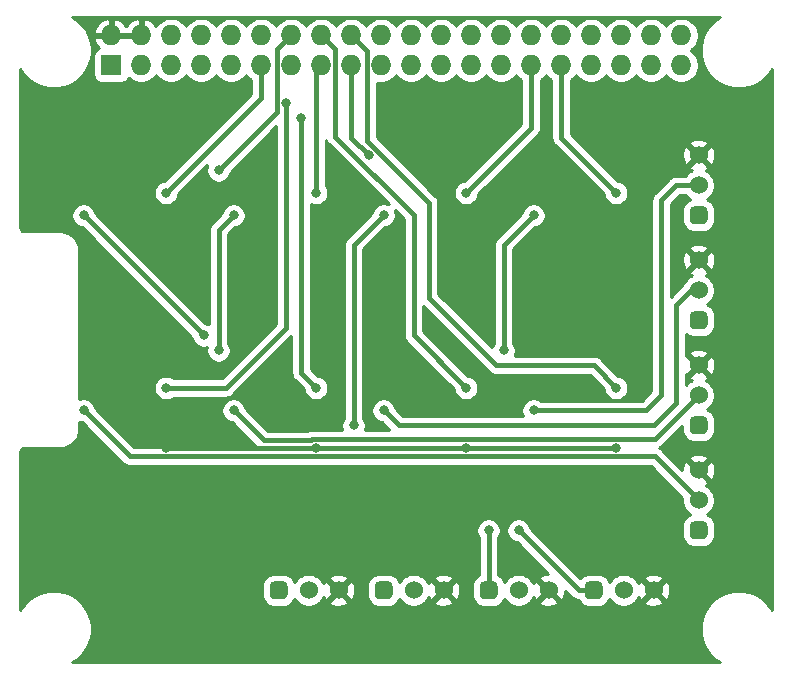
<source format=gbr>
%TF.GenerationSoftware,KiCad,Pcbnew,5.1.8+dfsg1-1+b1*%
%TF.CreationDate,2021-02-16T13:38:33-06:00*%
%TF.ProjectId,interrupt-hat,696e7465-7272-4757-9074-2d6861742e6b,A*%
%TF.SameCoordinates,Original*%
%TF.FileFunction,Copper,L2,Bot*%
%TF.FilePolarity,Positive*%
%FSLAX46Y46*%
G04 Gerber Fmt 4.6, Leading zero omitted, Abs format (unit mm)*
G04 Created by KiCad (PCBNEW 5.1.8+dfsg1-1+b1) date 2021-02-16 13:38:33*
%MOMM*%
%LPD*%
G01*
G04 APERTURE LIST*
%TA.AperFunction,ComponentPad*%
%ADD10C,1.524000*%
%TD*%
%TA.AperFunction,ComponentPad*%
%ADD11O,1.727200X1.727200*%
%TD*%
%TA.AperFunction,ComponentPad*%
%ADD12R,1.727200X1.727200*%
%TD*%
%TA.AperFunction,ViaPad*%
%ADD13C,0.800000*%
%TD*%
%TA.AperFunction,Conductor*%
%ADD14C,0.381000*%
%TD*%
%TA.AperFunction,Conductor*%
%ADD15C,0.254000*%
%TD*%
%TA.AperFunction,Conductor*%
%ADD16C,0.100000*%
%TD*%
G04 APERTURE END LIST*
D10*
%TO.P,J8,3*%
%TO.N,+5V*%
X105410000Y-59690000D03*
%TO.P,J8,2*%
%TO.N,Net-(J8-Pad2)*%
X105410000Y-62230000D03*
%TO.P,J8,1*%
%TO.N,GND*%
%TA.AperFunction,ComponentPad*%
G36*
G01*
X105791000Y-65532000D02*
X105029000Y-65532000D01*
G75*
G02*
X104648000Y-65151000I0J381000D01*
G01*
X104648000Y-64389000D01*
G75*
G02*
X105029000Y-64008000I381000J0D01*
G01*
X105791000Y-64008000D01*
G75*
G02*
X106172000Y-64389000I0J-381000D01*
G01*
X106172000Y-65151000D01*
G75*
G02*
X105791000Y-65532000I-381000J0D01*
G01*
G37*
%TD.AperFunction*%
%TD*%
%TO.P,J7,3*%
%TO.N,+5V*%
X105410000Y-68580000D03*
%TO.P,J7,2*%
%TO.N,Net-(J7-Pad2)*%
X105410000Y-71120000D03*
%TO.P,J7,1*%
%TO.N,GND*%
%TA.AperFunction,ComponentPad*%
G36*
G01*
X105791000Y-74422000D02*
X105029000Y-74422000D01*
G75*
G02*
X104648000Y-74041000I0J381000D01*
G01*
X104648000Y-73279000D01*
G75*
G02*
X105029000Y-72898000I381000J0D01*
G01*
X105791000Y-72898000D01*
G75*
G02*
X106172000Y-73279000I0J-381000D01*
G01*
X106172000Y-74041000D01*
G75*
G02*
X105791000Y-74422000I-381000J0D01*
G01*
G37*
%TD.AperFunction*%
%TD*%
%TO.P,J6,3*%
%TO.N,+5V*%
X105410000Y-77470000D03*
%TO.P,J6,2*%
%TO.N,Net-(J6-Pad2)*%
X105410000Y-80010000D03*
%TO.P,J6,1*%
%TO.N,GND*%
%TA.AperFunction,ComponentPad*%
G36*
G01*
X105791000Y-83312000D02*
X105029000Y-83312000D01*
G75*
G02*
X104648000Y-82931000I0J381000D01*
G01*
X104648000Y-82169000D01*
G75*
G02*
X105029000Y-81788000I381000J0D01*
G01*
X105791000Y-81788000D01*
G75*
G02*
X106172000Y-82169000I0J-381000D01*
G01*
X106172000Y-82931000D01*
G75*
G02*
X105791000Y-83312000I-381000J0D01*
G01*
G37*
%TD.AperFunction*%
%TD*%
%TO.P,J5,3*%
%TO.N,+5V*%
X105410000Y-86360000D03*
%TO.P,J5,2*%
%TO.N,Net-(J5-Pad2)*%
X105410000Y-88900000D03*
%TO.P,J5,1*%
%TO.N,GND*%
%TA.AperFunction,ComponentPad*%
G36*
G01*
X105791000Y-92202000D02*
X105029000Y-92202000D01*
G75*
G02*
X104648000Y-91821000I0J381000D01*
G01*
X104648000Y-91059000D01*
G75*
G02*
X105029000Y-90678000I381000J0D01*
G01*
X105791000Y-90678000D01*
G75*
G02*
X106172000Y-91059000I0J-381000D01*
G01*
X106172000Y-91821000D01*
G75*
G02*
X105791000Y-92202000I-381000J0D01*
G01*
G37*
%TD.AperFunction*%
%TD*%
%TO.P,J4,3*%
%TO.N,+5V*%
X101600000Y-96520000D03*
%TO.P,J4,2*%
%TO.N,Net-(J4-Pad2)*%
X99060000Y-96520000D03*
%TO.P,J4,1*%
%TO.N,GND*%
%TA.AperFunction,ComponentPad*%
G36*
G01*
X95758000Y-96901000D02*
X95758000Y-96139000D01*
G75*
G02*
X96139000Y-95758000I381000J0D01*
G01*
X96901000Y-95758000D01*
G75*
G02*
X97282000Y-96139000I0J-381000D01*
G01*
X97282000Y-96901000D01*
G75*
G02*
X96901000Y-97282000I-381000J0D01*
G01*
X96139000Y-97282000D01*
G75*
G02*
X95758000Y-96901000I0J381000D01*
G01*
G37*
%TD.AperFunction*%
%TD*%
%TO.P,J3,3*%
%TO.N,+5V*%
X92710000Y-96520000D03*
%TO.P,J3,2*%
%TO.N,Net-(J3-Pad2)*%
X90170000Y-96520000D03*
%TO.P,J3,1*%
%TO.N,GND*%
%TA.AperFunction,ComponentPad*%
G36*
G01*
X86868000Y-96901000D02*
X86868000Y-96139000D01*
G75*
G02*
X87249000Y-95758000I381000J0D01*
G01*
X88011000Y-95758000D01*
G75*
G02*
X88392000Y-96139000I0J-381000D01*
G01*
X88392000Y-96901000D01*
G75*
G02*
X88011000Y-97282000I-381000J0D01*
G01*
X87249000Y-97282000D01*
G75*
G02*
X86868000Y-96901000I0J381000D01*
G01*
G37*
%TD.AperFunction*%
%TD*%
%TO.P,J2,3*%
%TO.N,+5V*%
X83820000Y-96520000D03*
%TO.P,J2,2*%
%TO.N,Net-(J2-Pad2)*%
X81280000Y-96520000D03*
%TO.P,J2,1*%
%TO.N,GND*%
%TA.AperFunction,ComponentPad*%
G36*
G01*
X77978000Y-96901000D02*
X77978000Y-96139000D01*
G75*
G02*
X78359000Y-95758000I381000J0D01*
G01*
X79121000Y-95758000D01*
G75*
G02*
X79502000Y-96139000I0J-381000D01*
G01*
X79502000Y-96901000D01*
G75*
G02*
X79121000Y-97282000I-381000J0D01*
G01*
X78359000Y-97282000D01*
G75*
G02*
X77978000Y-96901000I0J381000D01*
G01*
G37*
%TD.AperFunction*%
%TD*%
%TO.P,J1,3*%
%TO.N,+5V*%
X74930000Y-96520000D03*
%TO.P,J1,2*%
%TO.N,Net-(J1-Pad2)*%
X72390000Y-96520000D03*
%TO.P,J1,1*%
%TO.N,GND*%
%TA.AperFunction,ComponentPad*%
G36*
G01*
X69088000Y-96901000D02*
X69088000Y-96139000D01*
G75*
G02*
X69469000Y-95758000I381000J0D01*
G01*
X70231000Y-95758000D01*
G75*
G02*
X70612000Y-96139000I0J-381000D01*
G01*
X70612000Y-96901000D01*
G75*
G02*
X70231000Y-97282000I-381000J0D01*
G01*
X69469000Y-97282000D01*
G75*
G02*
X69088000Y-96901000I0J381000D01*
G01*
G37*
%TD.AperFunction*%
%TD*%
D11*
%TO.P,J0,40*%
%TO.N,N/C*%
X103930000Y-49530000D03*
%TO.P,J0,39*%
%TO.N,GND*%
X103930000Y-52070000D03*
%TO.P,J0,38*%
%TO.N,N/C*%
X101390000Y-49530000D03*
%TO.P,J0,37*%
%TO.N,SIG6*%
X101390000Y-52070000D03*
%TO.P,J0,36*%
%TO.N,N/C*%
X98850000Y-49530000D03*
%TO.P,J0,35*%
X98850000Y-52070000D03*
%TO.P,J0,34*%
%TO.N,GND*%
X96310000Y-49530000D03*
%TO.P,J0,33*%
%TO.N,SIG5*%
X96310000Y-52070000D03*
%TO.P,J0,32*%
%TO.N,N/C*%
X93770000Y-49530000D03*
%TO.P,J0,31*%
%TO.N,SIG4*%
X93770000Y-52070000D03*
%TO.P,J0,30*%
%TO.N,GND*%
X91230000Y-49530000D03*
%TO.P,J0,29*%
%TO.N,SIG3*%
X91230000Y-52070000D03*
%TO.P,J0,28*%
%TO.N,N/C*%
X88690000Y-49530000D03*
%TO.P,J0,27*%
X88690000Y-52070000D03*
%TO.P,J0,26*%
X86150000Y-49530000D03*
%TO.P,J0,25*%
%TO.N,GND*%
X86150000Y-52070000D03*
%TO.P,J0,24*%
%TO.N,N/C*%
X83610000Y-49530000D03*
%TO.P,J0,23*%
X83610000Y-52070000D03*
%TO.P,J0,22*%
X81070000Y-49530000D03*
%TO.P,J0,21*%
X81070000Y-52070000D03*
%TO.P,J0,20*%
%TO.N,GND*%
X78530000Y-49530000D03*
%TO.P,J0,19*%
%TO.N,N/C*%
X78530000Y-52070000D03*
%TO.P,J0,18*%
%TO.N,SIG8*%
X75990000Y-49530000D03*
%TO.P,J0,17*%
%TO.N,+3V3*%
X75990000Y-52070000D03*
%TO.P,J0,16*%
%TO.N,SIG7*%
X73450000Y-49530000D03*
%TO.P,J0,15*%
%TO.N,SIG2*%
X73450000Y-52070000D03*
%TO.P,J0,14*%
%TO.N,GND*%
X70910000Y-49530000D03*
%TO.P,J0,13*%
%TO.N,N/C*%
X70910000Y-52070000D03*
%TO.P,J0,12*%
X68370000Y-49530000D03*
%TO.P,J0,11*%
%TO.N,SIG1*%
X68370000Y-52070000D03*
%TO.P,J0,10*%
%TO.N,N/C*%
X65830000Y-49530000D03*
%TO.P,J0,9*%
%TO.N,GND*%
X65830000Y-52070000D03*
%TO.P,J0,8*%
%TO.N,N/C*%
X63290000Y-49530000D03*
%TO.P,J0,7*%
X63290000Y-52070000D03*
%TO.P,J0,6*%
%TO.N,GND*%
X60750000Y-49530000D03*
%TO.P,J0,5*%
%TO.N,N/C*%
X60750000Y-52070000D03*
%TO.P,J0,4*%
%TO.N,+5V*%
X58210000Y-49530000D03*
%TO.P,J0,3*%
%TO.N,N/C*%
X58210000Y-52070000D03*
%TO.P,J0,2*%
%TO.N,+5V*%
X55670000Y-49530000D03*
D12*
%TO.P,J0,1*%
%TO.N,+3V3*%
X55670000Y-52070000D03*
%TD*%
D13*
%TO.N,GND*%
X87630000Y-91440000D03*
X64770000Y-60960000D03*
X90170000Y-91440000D03*
%TO.N,+3V3*%
X77470000Y-59690000D03*
%TO.N,+5V*%
X93345000Y-62865000D03*
X98425000Y-67945000D03*
X85725000Y-67945000D03*
X73025000Y-67945000D03*
X67945000Y-62865000D03*
X60325000Y-67945000D03*
X55245000Y-62865000D03*
X55245000Y-79375000D03*
X60325000Y-84455000D03*
X67945000Y-79375000D03*
X73025000Y-84455000D03*
X80645000Y-79375000D03*
X93345000Y-79375000D03*
X98425000Y-84455000D03*
X85725000Y-84455000D03*
X85725000Y-57785000D03*
X82550000Y-60960000D03*
%TO.N,Net-(J1-Pad2)*%
X53340000Y-64770000D03*
X63500000Y-74930000D03*
%TO.N,Net-(J2-Pad2)*%
X66040000Y-64770000D03*
X64770000Y-76200000D03*
%TO.N,Net-(J3-Pad2)*%
X78740000Y-64770000D03*
X76200000Y-82550000D03*
%TO.N,Net-(J4-Pad2)*%
X91440000Y-64770000D03*
X88900000Y-76200000D03*
%TO.N,Net-(J5-Pad2)*%
X53340000Y-81280000D03*
%TO.N,Net-(J6-Pad2)*%
X66040000Y-81280000D03*
%TO.N,Net-(J7-Pad2)*%
X78740000Y-81280000D03*
%TO.N,Net-(J8-Pad2)*%
X91440000Y-81280000D03*
%TO.N,SIG1*%
X60325000Y-62865000D03*
%TO.N,SIG5*%
X60325000Y-79375000D03*
X70485000Y-55245000D03*
%TO.N,SIG2*%
X73025000Y-62865000D03*
%TO.N,SIG3*%
X85725000Y-62865000D03*
%TO.N,SIG4*%
X98425000Y-62865000D03*
%TO.N,SIG6*%
X73025000Y-79375000D03*
X71755000Y-56515000D03*
%TO.N,SIG7*%
X85725000Y-79375000D03*
%TO.N,SIG8*%
X98425000Y-79375000D03*
%TD*%
D14*
%TO.N,GND*%
X87630000Y-96520000D02*
X87630000Y-91440000D01*
X69728899Y-56001101D02*
X64770000Y-60960000D01*
X69728899Y-50711101D02*
X69728899Y-56001101D01*
X70910000Y-49530000D02*
X69728899Y-50711101D01*
X96520000Y-96520000D02*
X95250000Y-96520000D01*
X95250000Y-96520000D02*
X90170000Y-91440000D01*
%TO.N,+3V3*%
X75990000Y-58210000D02*
X77470000Y-59690000D01*
X75990000Y-52070000D02*
X75990000Y-58210000D01*
%TO.N,+5V*%
X98425000Y-84455000D02*
X60325000Y-84455000D01*
X82550000Y-60960000D02*
X85725000Y-57785000D01*
X60325000Y-84455000D02*
X55245000Y-79375000D01*
%TO.N,Net-(J1-Pad2)*%
X53340000Y-64770000D02*
X63500000Y-74930000D01*
%TO.N,Net-(J2-Pad2)*%
X66040000Y-64770000D02*
X64770000Y-66040000D01*
X64770000Y-66040000D02*
X64770000Y-76200000D01*
%TO.N,Net-(J3-Pad2)*%
X78740000Y-64770000D02*
X76200000Y-67310000D01*
X76200000Y-67310000D02*
X76200000Y-76200000D01*
X76200000Y-76200000D02*
X76200000Y-82550000D01*
%TO.N,Net-(J4-Pad2)*%
X91440000Y-64770000D02*
X88900000Y-67310000D01*
X88900000Y-67310000D02*
X88900000Y-76200000D01*
%TO.N,Net-(J5-Pad2)*%
X101682501Y-85172501D02*
X105410000Y-88900000D01*
X57232501Y-85172501D02*
X101682501Y-85172501D01*
X53340000Y-81280000D02*
X57232501Y-85172501D01*
%TO.N,Net-(J6-Pad2)*%
X101682501Y-83737499D02*
X105410000Y-80010000D01*
X72598098Y-83820000D02*
X72680599Y-83737499D01*
X68580000Y-83820000D02*
X72598098Y-83820000D01*
X72680599Y-83737499D02*
X101682501Y-83737499D01*
X66040000Y-81280000D02*
X68580000Y-83820000D01*
%TO.N,Net-(J7-Pad2)*%
X104775000Y-71120000D02*
X105410000Y-71120000D01*
X103505000Y-72390000D02*
X104775000Y-71120000D01*
X103505000Y-80645000D02*
X103505000Y-72390000D01*
X101600000Y-82550000D02*
X103505000Y-80645000D01*
X80010000Y-82550000D02*
X101600000Y-82550000D01*
X78740000Y-81280000D02*
X80010000Y-82550000D01*
%TO.N,Net-(J8-Pad2)*%
X105201902Y-62230000D02*
X105410000Y-62230000D01*
X91440000Y-81280000D02*
X100965000Y-81280000D01*
X100965000Y-81280000D02*
X102235000Y-80010000D01*
X102235000Y-80010000D02*
X102235000Y-63500000D01*
X102235000Y-63500000D02*
X103505000Y-62230000D01*
X103505000Y-62230000D02*
X105410000Y-62230000D01*
%TO.N,SIG1*%
X68370000Y-54820000D02*
X68370000Y-52070000D01*
X60325000Y-62865000D02*
X68370000Y-54820000D01*
%TO.N,SIG5*%
X60325000Y-79375000D02*
X65405000Y-79375000D01*
X70485000Y-74295000D02*
X70485000Y-55245000D01*
X65405000Y-79375000D02*
X70485000Y-74295000D01*
%TO.N,SIG2*%
X73025000Y-52495000D02*
X73450000Y-52070000D01*
X73025000Y-62865000D02*
X73025000Y-52495000D01*
%TO.N,SIG3*%
X91230000Y-57360000D02*
X85725000Y-62865000D01*
X91230000Y-52070000D02*
X91230000Y-57360000D01*
%TO.N,SIG4*%
X93770000Y-58210000D02*
X98425000Y-62865000D01*
X93770000Y-52070000D02*
X93770000Y-58210000D01*
%TO.N,SIG6*%
X73025000Y-79375000D02*
X71755000Y-78105000D01*
X71755000Y-78105000D02*
X71755000Y-56515000D01*
%TO.N,SIG7*%
X74631101Y-50711101D02*
X73450000Y-49530000D01*
X74631101Y-58121101D02*
X74631101Y-50711101D01*
X81280000Y-64770000D02*
X74631101Y-58121101D01*
X81280000Y-74930000D02*
X81280000Y-64770000D01*
X85725000Y-79375000D02*
X81280000Y-74930000D01*
%TO.N,SIG8*%
X77348899Y-58506997D02*
X82550000Y-63708098D01*
X77348899Y-50888899D02*
X77348899Y-58506997D01*
X75990000Y-49530000D02*
X77348899Y-50888899D01*
X98425000Y-79375000D02*
X96520000Y-77470000D01*
X88265000Y-77470000D02*
X82550000Y-71755000D01*
X96520000Y-77470000D02*
X88265000Y-77470000D01*
X82550000Y-63708098D02*
X82550000Y-71755000D01*
%TD*%
D15*
%TO.N,+5V*%
X106742907Y-48293425D02*
X106293425Y-48742907D01*
X105940270Y-49271442D01*
X105697012Y-49858719D01*
X105573000Y-50482168D01*
X105573000Y-51117832D01*
X105697012Y-51741281D01*
X105940270Y-52328558D01*
X106293425Y-52857093D01*
X106742907Y-53306575D01*
X107271442Y-53659730D01*
X107858719Y-53902988D01*
X108482168Y-54027000D01*
X109117832Y-54027000D01*
X109741281Y-53902988D01*
X110328558Y-53659730D01*
X110857093Y-53306575D01*
X111306575Y-52857093D01*
X111615000Y-52395501D01*
X111615001Y-98204500D01*
X111306575Y-97742907D01*
X110857093Y-97293425D01*
X110328558Y-96940270D01*
X109741281Y-96697012D01*
X109117832Y-96573000D01*
X108482168Y-96573000D01*
X107858719Y-96697012D01*
X107271442Y-96940270D01*
X106742907Y-97293425D01*
X106293425Y-97742907D01*
X105940270Y-98271442D01*
X105697012Y-98858719D01*
X105573000Y-99482168D01*
X105573000Y-100117832D01*
X105697012Y-100741281D01*
X105940270Y-101328558D01*
X106293425Y-101857093D01*
X106742907Y-102306575D01*
X107204499Y-102615000D01*
X52395501Y-102615000D01*
X52857093Y-102306575D01*
X53306575Y-101857093D01*
X53659730Y-101328558D01*
X53902988Y-100741281D01*
X54027000Y-100117832D01*
X54027000Y-99482168D01*
X53902988Y-98858719D01*
X53659730Y-98271442D01*
X53306575Y-97742907D01*
X52857093Y-97293425D01*
X52328558Y-96940270D01*
X51741281Y-96697012D01*
X51117832Y-96573000D01*
X50482168Y-96573000D01*
X49858719Y-96697012D01*
X49271442Y-96940270D01*
X48742907Y-97293425D01*
X48293425Y-97742907D01*
X47985000Y-98204499D01*
X47985000Y-96139000D01*
X68449928Y-96139000D01*
X68449928Y-96901000D01*
X68469509Y-97099811D01*
X68527500Y-97290982D01*
X68621673Y-97467166D01*
X68748407Y-97621593D01*
X68902834Y-97748327D01*
X69079018Y-97842500D01*
X69270189Y-97900491D01*
X69469000Y-97920072D01*
X70231000Y-97920072D01*
X70429811Y-97900491D01*
X70620982Y-97842500D01*
X70797166Y-97748327D01*
X70951593Y-97621593D01*
X71078327Y-97467166D01*
X71172500Y-97290982D01*
X71188892Y-97236946D01*
X71304880Y-97410535D01*
X71499465Y-97605120D01*
X71728273Y-97758005D01*
X71982510Y-97863314D01*
X72252408Y-97917000D01*
X72527592Y-97917000D01*
X72797490Y-97863314D01*
X73051727Y-97758005D01*
X73280535Y-97605120D01*
X73400090Y-97485565D01*
X74144040Y-97485565D01*
X74211020Y-97725656D01*
X74460048Y-97842756D01*
X74727135Y-97909023D01*
X75002017Y-97921910D01*
X75274133Y-97880922D01*
X75533023Y-97787636D01*
X75648980Y-97725656D01*
X75715960Y-97485565D01*
X74930000Y-96699605D01*
X74144040Y-97485565D01*
X73400090Y-97485565D01*
X73475120Y-97410535D01*
X73628005Y-97181727D01*
X73657692Y-97110057D01*
X73662364Y-97123023D01*
X73724344Y-97238980D01*
X73964435Y-97305960D01*
X74750395Y-96520000D01*
X75109605Y-96520000D01*
X75895565Y-97305960D01*
X76135656Y-97238980D01*
X76252756Y-96989952D01*
X76319023Y-96722865D01*
X76331910Y-96447983D01*
X76290922Y-96175867D01*
X76277638Y-96139000D01*
X77339928Y-96139000D01*
X77339928Y-96901000D01*
X77359509Y-97099811D01*
X77417500Y-97290982D01*
X77511673Y-97467166D01*
X77638407Y-97621593D01*
X77792834Y-97748327D01*
X77969018Y-97842500D01*
X78160189Y-97900491D01*
X78359000Y-97920072D01*
X79121000Y-97920072D01*
X79319811Y-97900491D01*
X79510982Y-97842500D01*
X79687166Y-97748327D01*
X79841593Y-97621593D01*
X79968327Y-97467166D01*
X80062500Y-97290982D01*
X80078892Y-97236946D01*
X80194880Y-97410535D01*
X80389465Y-97605120D01*
X80618273Y-97758005D01*
X80872510Y-97863314D01*
X81142408Y-97917000D01*
X81417592Y-97917000D01*
X81687490Y-97863314D01*
X81941727Y-97758005D01*
X82170535Y-97605120D01*
X82290090Y-97485565D01*
X83034040Y-97485565D01*
X83101020Y-97725656D01*
X83350048Y-97842756D01*
X83617135Y-97909023D01*
X83892017Y-97921910D01*
X84164133Y-97880922D01*
X84423023Y-97787636D01*
X84538980Y-97725656D01*
X84605960Y-97485565D01*
X83820000Y-96699605D01*
X83034040Y-97485565D01*
X82290090Y-97485565D01*
X82365120Y-97410535D01*
X82518005Y-97181727D01*
X82547692Y-97110057D01*
X82552364Y-97123023D01*
X82614344Y-97238980D01*
X82854435Y-97305960D01*
X83640395Y-96520000D01*
X83999605Y-96520000D01*
X84785565Y-97305960D01*
X85025656Y-97238980D01*
X85142756Y-96989952D01*
X85209023Y-96722865D01*
X85221910Y-96447983D01*
X85180922Y-96175867D01*
X85167638Y-96139000D01*
X86229928Y-96139000D01*
X86229928Y-96901000D01*
X86249509Y-97099811D01*
X86307500Y-97290982D01*
X86401673Y-97467166D01*
X86528407Y-97621593D01*
X86682834Y-97748327D01*
X86859018Y-97842500D01*
X87050189Y-97900491D01*
X87249000Y-97920072D01*
X88011000Y-97920072D01*
X88209811Y-97900491D01*
X88400982Y-97842500D01*
X88577166Y-97748327D01*
X88731593Y-97621593D01*
X88858327Y-97467166D01*
X88952500Y-97290982D01*
X88968892Y-97236946D01*
X89084880Y-97410535D01*
X89279465Y-97605120D01*
X89508273Y-97758005D01*
X89762510Y-97863314D01*
X90032408Y-97917000D01*
X90307592Y-97917000D01*
X90577490Y-97863314D01*
X90831727Y-97758005D01*
X91060535Y-97605120D01*
X91180090Y-97485565D01*
X91924040Y-97485565D01*
X91991020Y-97725656D01*
X92240048Y-97842756D01*
X92507135Y-97909023D01*
X92782017Y-97921910D01*
X93054133Y-97880922D01*
X93313023Y-97787636D01*
X93428980Y-97725656D01*
X93495960Y-97485565D01*
X92710000Y-96699605D01*
X91924040Y-97485565D01*
X91180090Y-97485565D01*
X91255120Y-97410535D01*
X91408005Y-97181727D01*
X91437692Y-97110057D01*
X91442364Y-97123023D01*
X91504344Y-97238980D01*
X91744435Y-97305960D01*
X92530395Y-96520000D01*
X91744435Y-95734040D01*
X91504344Y-95801020D01*
X91440515Y-95936760D01*
X91408005Y-95858273D01*
X91255120Y-95629465D01*
X91060535Y-95434880D01*
X90831727Y-95281995D01*
X90577490Y-95176686D01*
X90307592Y-95123000D01*
X90032408Y-95123000D01*
X89762510Y-95176686D01*
X89508273Y-95281995D01*
X89279465Y-95434880D01*
X89084880Y-95629465D01*
X88968892Y-95803054D01*
X88952500Y-95749018D01*
X88858327Y-95572834D01*
X88731593Y-95418407D01*
X88577166Y-95291673D01*
X88455500Y-95226641D01*
X88455500Y-92067503D01*
X88547205Y-91930256D01*
X88625226Y-91741898D01*
X88665000Y-91541939D01*
X88665000Y-91338061D01*
X89135000Y-91338061D01*
X89135000Y-91541939D01*
X89174774Y-91741898D01*
X89252795Y-91930256D01*
X89366063Y-92099774D01*
X89510226Y-92243937D01*
X89679744Y-92357205D01*
X89868102Y-92435226D01*
X90029996Y-92467429D01*
X92682756Y-95120189D01*
X92637983Y-95118090D01*
X92365867Y-95159078D01*
X92106977Y-95252364D01*
X91991020Y-95314344D01*
X91924040Y-95554435D01*
X92710000Y-96340395D01*
X92724143Y-96326253D01*
X92903748Y-96505858D01*
X92889605Y-96520000D01*
X93675565Y-97305960D01*
X93915656Y-97238980D01*
X94032756Y-96989952D01*
X94099023Y-96722865D01*
X94107371Y-96544805D01*
X94637611Y-97075045D01*
X94663459Y-97106541D01*
X94694955Y-97132389D01*
X94694958Y-97132392D01*
X94789157Y-97209699D01*
X94843938Y-97238980D01*
X94932566Y-97286353D01*
X95088174Y-97333556D01*
X95209447Y-97345500D01*
X95209449Y-97345500D01*
X95227596Y-97347287D01*
X95291673Y-97467166D01*
X95418407Y-97621593D01*
X95572834Y-97748327D01*
X95749018Y-97842500D01*
X95940189Y-97900491D01*
X96139000Y-97920072D01*
X96901000Y-97920072D01*
X97099811Y-97900491D01*
X97290982Y-97842500D01*
X97467166Y-97748327D01*
X97621593Y-97621593D01*
X97748327Y-97467166D01*
X97842500Y-97290982D01*
X97858892Y-97236946D01*
X97974880Y-97410535D01*
X98169465Y-97605120D01*
X98398273Y-97758005D01*
X98652510Y-97863314D01*
X98922408Y-97917000D01*
X99197592Y-97917000D01*
X99467490Y-97863314D01*
X99721727Y-97758005D01*
X99950535Y-97605120D01*
X100070090Y-97485565D01*
X100814040Y-97485565D01*
X100881020Y-97725656D01*
X101130048Y-97842756D01*
X101397135Y-97909023D01*
X101672017Y-97921910D01*
X101944133Y-97880922D01*
X102203023Y-97787636D01*
X102318980Y-97725656D01*
X102385960Y-97485565D01*
X101600000Y-96699605D01*
X100814040Y-97485565D01*
X100070090Y-97485565D01*
X100145120Y-97410535D01*
X100298005Y-97181727D01*
X100327692Y-97110057D01*
X100332364Y-97123023D01*
X100394344Y-97238980D01*
X100634435Y-97305960D01*
X101420395Y-96520000D01*
X101779605Y-96520000D01*
X102565565Y-97305960D01*
X102805656Y-97238980D01*
X102922756Y-96989952D01*
X102989023Y-96722865D01*
X103001910Y-96447983D01*
X102960922Y-96175867D01*
X102867636Y-95916977D01*
X102805656Y-95801020D01*
X102565565Y-95734040D01*
X101779605Y-96520000D01*
X101420395Y-96520000D01*
X100634435Y-95734040D01*
X100394344Y-95801020D01*
X100330515Y-95936760D01*
X100298005Y-95858273D01*
X100145120Y-95629465D01*
X100070090Y-95554435D01*
X100814040Y-95554435D01*
X101600000Y-96340395D01*
X102385960Y-95554435D01*
X102318980Y-95314344D01*
X102069952Y-95197244D01*
X101802865Y-95130977D01*
X101527983Y-95118090D01*
X101255867Y-95159078D01*
X100996977Y-95252364D01*
X100881020Y-95314344D01*
X100814040Y-95554435D01*
X100070090Y-95554435D01*
X99950535Y-95434880D01*
X99721727Y-95281995D01*
X99467490Y-95176686D01*
X99197592Y-95123000D01*
X98922408Y-95123000D01*
X98652510Y-95176686D01*
X98398273Y-95281995D01*
X98169465Y-95434880D01*
X97974880Y-95629465D01*
X97858892Y-95803054D01*
X97842500Y-95749018D01*
X97748327Y-95572834D01*
X97621593Y-95418407D01*
X97467166Y-95291673D01*
X97290982Y-95197500D01*
X97099811Y-95139509D01*
X96901000Y-95119928D01*
X96139000Y-95119928D01*
X95940189Y-95139509D01*
X95749018Y-95197500D01*
X95572834Y-95291673D01*
X95418407Y-95418407D01*
X95372175Y-95474741D01*
X91197429Y-91299996D01*
X91165226Y-91138102D01*
X91087205Y-90949744D01*
X90973937Y-90780226D01*
X90829774Y-90636063D01*
X90660256Y-90522795D01*
X90471898Y-90444774D01*
X90271939Y-90405000D01*
X90068061Y-90405000D01*
X89868102Y-90444774D01*
X89679744Y-90522795D01*
X89510226Y-90636063D01*
X89366063Y-90780226D01*
X89252795Y-90949744D01*
X89174774Y-91138102D01*
X89135000Y-91338061D01*
X88665000Y-91338061D01*
X88625226Y-91138102D01*
X88547205Y-90949744D01*
X88433937Y-90780226D01*
X88289774Y-90636063D01*
X88120256Y-90522795D01*
X87931898Y-90444774D01*
X87731939Y-90405000D01*
X87528061Y-90405000D01*
X87328102Y-90444774D01*
X87139744Y-90522795D01*
X86970226Y-90636063D01*
X86826063Y-90780226D01*
X86712795Y-90949744D01*
X86634774Y-91138102D01*
X86595000Y-91338061D01*
X86595000Y-91541939D01*
X86634774Y-91741898D01*
X86712795Y-91930256D01*
X86804501Y-92067504D01*
X86804500Y-95226641D01*
X86682834Y-95291673D01*
X86528407Y-95418407D01*
X86401673Y-95572834D01*
X86307500Y-95749018D01*
X86249509Y-95940189D01*
X86229928Y-96139000D01*
X85167638Y-96139000D01*
X85087636Y-95916977D01*
X85025656Y-95801020D01*
X84785565Y-95734040D01*
X83999605Y-96520000D01*
X83640395Y-96520000D01*
X82854435Y-95734040D01*
X82614344Y-95801020D01*
X82550515Y-95936760D01*
X82518005Y-95858273D01*
X82365120Y-95629465D01*
X82290090Y-95554435D01*
X83034040Y-95554435D01*
X83820000Y-96340395D01*
X84605960Y-95554435D01*
X84538980Y-95314344D01*
X84289952Y-95197244D01*
X84022865Y-95130977D01*
X83747983Y-95118090D01*
X83475867Y-95159078D01*
X83216977Y-95252364D01*
X83101020Y-95314344D01*
X83034040Y-95554435D01*
X82290090Y-95554435D01*
X82170535Y-95434880D01*
X81941727Y-95281995D01*
X81687490Y-95176686D01*
X81417592Y-95123000D01*
X81142408Y-95123000D01*
X80872510Y-95176686D01*
X80618273Y-95281995D01*
X80389465Y-95434880D01*
X80194880Y-95629465D01*
X80078892Y-95803054D01*
X80062500Y-95749018D01*
X79968327Y-95572834D01*
X79841593Y-95418407D01*
X79687166Y-95291673D01*
X79510982Y-95197500D01*
X79319811Y-95139509D01*
X79121000Y-95119928D01*
X78359000Y-95119928D01*
X78160189Y-95139509D01*
X77969018Y-95197500D01*
X77792834Y-95291673D01*
X77638407Y-95418407D01*
X77511673Y-95572834D01*
X77417500Y-95749018D01*
X77359509Y-95940189D01*
X77339928Y-96139000D01*
X76277638Y-96139000D01*
X76197636Y-95916977D01*
X76135656Y-95801020D01*
X75895565Y-95734040D01*
X75109605Y-96520000D01*
X74750395Y-96520000D01*
X73964435Y-95734040D01*
X73724344Y-95801020D01*
X73660515Y-95936760D01*
X73628005Y-95858273D01*
X73475120Y-95629465D01*
X73400090Y-95554435D01*
X74144040Y-95554435D01*
X74930000Y-96340395D01*
X75715960Y-95554435D01*
X75648980Y-95314344D01*
X75399952Y-95197244D01*
X75132865Y-95130977D01*
X74857983Y-95118090D01*
X74585867Y-95159078D01*
X74326977Y-95252364D01*
X74211020Y-95314344D01*
X74144040Y-95554435D01*
X73400090Y-95554435D01*
X73280535Y-95434880D01*
X73051727Y-95281995D01*
X72797490Y-95176686D01*
X72527592Y-95123000D01*
X72252408Y-95123000D01*
X71982510Y-95176686D01*
X71728273Y-95281995D01*
X71499465Y-95434880D01*
X71304880Y-95629465D01*
X71188892Y-95803054D01*
X71172500Y-95749018D01*
X71078327Y-95572834D01*
X70951593Y-95418407D01*
X70797166Y-95291673D01*
X70620982Y-95197500D01*
X70429811Y-95139509D01*
X70231000Y-95119928D01*
X69469000Y-95119928D01*
X69270189Y-95139509D01*
X69079018Y-95197500D01*
X68902834Y-95291673D01*
X68748407Y-95418407D01*
X68621673Y-95572834D01*
X68527500Y-95749018D01*
X68469509Y-95940189D01*
X68449928Y-96139000D01*
X47985000Y-96139000D01*
X47985000Y-84833505D01*
X47994222Y-84739453D01*
X48011805Y-84681214D01*
X48040366Y-84627499D01*
X48078816Y-84580354D01*
X48125691Y-84541576D01*
X48179204Y-84512642D01*
X48237323Y-84494651D01*
X48329145Y-84485000D01*
X51333647Y-84485000D01*
X51362955Y-84482113D01*
X51369066Y-84482156D01*
X51378585Y-84481223D01*
X51572682Y-84460822D01*
X51633496Y-84448339D01*
X51694481Y-84436705D01*
X51703637Y-84433941D01*
X51890075Y-84376229D01*
X51947279Y-84352182D01*
X52004873Y-84328913D01*
X52013317Y-84324423D01*
X52184994Y-84231598D01*
X52236468Y-84196878D01*
X52288418Y-84162883D01*
X52295829Y-84156839D01*
X52446207Y-84032435D01*
X52489973Y-83988362D01*
X52534311Y-83944943D01*
X52540408Y-83937574D01*
X52663758Y-83786332D01*
X52698126Y-83734603D01*
X52733191Y-83683392D01*
X52737739Y-83674981D01*
X52737740Y-83674980D01*
X52737742Y-83674976D01*
X52829366Y-83502657D01*
X52853022Y-83445261D01*
X52877482Y-83388193D01*
X52880310Y-83379056D01*
X52936719Y-83192220D01*
X52948780Y-83131310D01*
X52961686Y-83070591D01*
X52962686Y-83061079D01*
X52981731Y-82866845D01*
X52981731Y-82866837D01*
X52985000Y-82833647D01*
X52985000Y-82253230D01*
X53038102Y-82275226D01*
X53199996Y-82307429D01*
X56620112Y-85727546D01*
X56645960Y-85759042D01*
X56677456Y-85784890D01*
X56677459Y-85784893D01*
X56771658Y-85862200D01*
X56823758Y-85890048D01*
X56915067Y-85938854D01*
X57070675Y-85986057D01*
X57191948Y-85998001D01*
X57191950Y-85998001D01*
X57232501Y-86001995D01*
X57273051Y-85998001D01*
X101340569Y-85998001D01*
X104028260Y-88685693D01*
X104013000Y-88762408D01*
X104013000Y-89037592D01*
X104066686Y-89307490D01*
X104171995Y-89561727D01*
X104324880Y-89790535D01*
X104519465Y-89985120D01*
X104693054Y-90101108D01*
X104639018Y-90117500D01*
X104462834Y-90211673D01*
X104308407Y-90338407D01*
X104181673Y-90492834D01*
X104087500Y-90669018D01*
X104029509Y-90860189D01*
X104009928Y-91059000D01*
X104009928Y-91821000D01*
X104029509Y-92019811D01*
X104087500Y-92210982D01*
X104181673Y-92387166D01*
X104308407Y-92541593D01*
X104462834Y-92668327D01*
X104639018Y-92762500D01*
X104830189Y-92820491D01*
X105029000Y-92840072D01*
X105791000Y-92840072D01*
X105989811Y-92820491D01*
X106180982Y-92762500D01*
X106357166Y-92668327D01*
X106511593Y-92541593D01*
X106638327Y-92387166D01*
X106732500Y-92210982D01*
X106790491Y-92019811D01*
X106810072Y-91821000D01*
X106810072Y-91059000D01*
X106790491Y-90860189D01*
X106732500Y-90669018D01*
X106638327Y-90492834D01*
X106511593Y-90338407D01*
X106357166Y-90211673D01*
X106180982Y-90117500D01*
X106126946Y-90101108D01*
X106300535Y-89985120D01*
X106495120Y-89790535D01*
X106648005Y-89561727D01*
X106753314Y-89307490D01*
X106807000Y-89037592D01*
X106807000Y-88762408D01*
X106753314Y-88492510D01*
X106648005Y-88238273D01*
X106495120Y-88009465D01*
X106300535Y-87814880D01*
X106071727Y-87661995D01*
X106000057Y-87632308D01*
X106013023Y-87627636D01*
X106128980Y-87565656D01*
X106195960Y-87325565D01*
X105410000Y-86539605D01*
X105395858Y-86553748D01*
X105216253Y-86374143D01*
X105230395Y-86360000D01*
X105589605Y-86360000D01*
X106375565Y-87145960D01*
X106615656Y-87078980D01*
X106732756Y-86829952D01*
X106799023Y-86562865D01*
X106811910Y-86287983D01*
X106770922Y-86015867D01*
X106677636Y-85756977D01*
X106615656Y-85641020D01*
X106375565Y-85574040D01*
X105589605Y-86360000D01*
X105230395Y-86360000D01*
X104444435Y-85574040D01*
X104204344Y-85641020D01*
X104087244Y-85890048D01*
X104020977Y-86157135D01*
X104012629Y-86335196D01*
X103071868Y-85394435D01*
X104624040Y-85394435D01*
X105410000Y-86180395D01*
X106195960Y-85394435D01*
X106128980Y-85154344D01*
X105879952Y-85037244D01*
X105612865Y-84970977D01*
X105337983Y-84958090D01*
X105065867Y-84999078D01*
X104806977Y-85092364D01*
X104691020Y-85154344D01*
X104624040Y-85394435D01*
X103071868Y-85394435D01*
X102294899Y-84617467D01*
X102269042Y-84585960D01*
X102143343Y-84482802D01*
X102091330Y-84455000D01*
X102143343Y-84427198D01*
X102269042Y-84324040D01*
X102294899Y-84292533D01*
X104009928Y-82577505D01*
X104009928Y-82931000D01*
X104029509Y-83129811D01*
X104087500Y-83320982D01*
X104181673Y-83497166D01*
X104308407Y-83651593D01*
X104462834Y-83778327D01*
X104639018Y-83872500D01*
X104830189Y-83930491D01*
X105029000Y-83950072D01*
X105791000Y-83950072D01*
X105989811Y-83930491D01*
X106180982Y-83872500D01*
X106357166Y-83778327D01*
X106511593Y-83651593D01*
X106638327Y-83497166D01*
X106732500Y-83320982D01*
X106790491Y-83129811D01*
X106810072Y-82931000D01*
X106810072Y-82169000D01*
X106790491Y-81970189D01*
X106732500Y-81779018D01*
X106638327Y-81602834D01*
X106511593Y-81448407D01*
X106357166Y-81321673D01*
X106180982Y-81227500D01*
X106126946Y-81211108D01*
X106300535Y-81095120D01*
X106495120Y-80900535D01*
X106648005Y-80671727D01*
X106753314Y-80417490D01*
X106807000Y-80147592D01*
X106807000Y-79872408D01*
X106753314Y-79602510D01*
X106648005Y-79348273D01*
X106495120Y-79119465D01*
X106300535Y-78924880D01*
X106071727Y-78771995D01*
X106000057Y-78742308D01*
X106013023Y-78737636D01*
X106128980Y-78675656D01*
X106195960Y-78435565D01*
X105410000Y-77649605D01*
X104624040Y-78435565D01*
X104691020Y-78675656D01*
X104826760Y-78739485D01*
X104748273Y-78771995D01*
X104519465Y-78924880D01*
X104330500Y-79113845D01*
X104330500Y-78224175D01*
X104444435Y-78255960D01*
X105230395Y-77470000D01*
X105589605Y-77470000D01*
X106375565Y-78255960D01*
X106615656Y-78188980D01*
X106732756Y-77939952D01*
X106799023Y-77672865D01*
X106811910Y-77397983D01*
X106770922Y-77125867D01*
X106677636Y-76866977D01*
X106615656Y-76751020D01*
X106375565Y-76684040D01*
X105589605Y-77470000D01*
X105230395Y-77470000D01*
X104444435Y-76684040D01*
X104330500Y-76715825D01*
X104330500Y-76504435D01*
X104624040Y-76504435D01*
X105410000Y-77290395D01*
X106195960Y-76504435D01*
X106128980Y-76264344D01*
X105879952Y-76147244D01*
X105612865Y-76080977D01*
X105337983Y-76068090D01*
X105065867Y-76109078D01*
X104806977Y-76202364D01*
X104691020Y-76264344D01*
X104624040Y-76504435D01*
X104330500Y-76504435D01*
X104330500Y-74779724D01*
X104462834Y-74888327D01*
X104639018Y-74982500D01*
X104830189Y-75040491D01*
X105029000Y-75060072D01*
X105791000Y-75060072D01*
X105989811Y-75040491D01*
X106180982Y-74982500D01*
X106357166Y-74888327D01*
X106511593Y-74761593D01*
X106638327Y-74607166D01*
X106732500Y-74430982D01*
X106790491Y-74239811D01*
X106810072Y-74041000D01*
X106810072Y-73279000D01*
X106790491Y-73080189D01*
X106732500Y-72889018D01*
X106638327Y-72712834D01*
X106511593Y-72558407D01*
X106357166Y-72431673D01*
X106180982Y-72337500D01*
X106126946Y-72321108D01*
X106300535Y-72205120D01*
X106495120Y-72010535D01*
X106648005Y-71781727D01*
X106753314Y-71527490D01*
X106807000Y-71257592D01*
X106807000Y-70982408D01*
X106753314Y-70712510D01*
X106648005Y-70458273D01*
X106495120Y-70229465D01*
X106300535Y-70034880D01*
X106071727Y-69881995D01*
X106000057Y-69852308D01*
X106013023Y-69847636D01*
X106128980Y-69785656D01*
X106195960Y-69545565D01*
X105410000Y-68759605D01*
X104624040Y-69545565D01*
X104691020Y-69785656D01*
X104826760Y-69849485D01*
X104748273Y-69881995D01*
X104519465Y-70034880D01*
X104324880Y-70229465D01*
X104171995Y-70458273D01*
X104103194Y-70624374D01*
X103060500Y-71667068D01*
X103060500Y-68652017D01*
X104008090Y-68652017D01*
X104049078Y-68924133D01*
X104142364Y-69183023D01*
X104204344Y-69298980D01*
X104444435Y-69365960D01*
X105230395Y-68580000D01*
X105589605Y-68580000D01*
X106375565Y-69365960D01*
X106615656Y-69298980D01*
X106732756Y-69049952D01*
X106799023Y-68782865D01*
X106811910Y-68507983D01*
X106770922Y-68235867D01*
X106677636Y-67976977D01*
X106615656Y-67861020D01*
X106375565Y-67794040D01*
X105589605Y-68580000D01*
X105230395Y-68580000D01*
X104444435Y-67794040D01*
X104204344Y-67861020D01*
X104087244Y-68110048D01*
X104020977Y-68377135D01*
X104008090Y-68652017D01*
X103060500Y-68652017D01*
X103060500Y-67614435D01*
X104624040Y-67614435D01*
X105410000Y-68400395D01*
X106195960Y-67614435D01*
X106128980Y-67374344D01*
X105879952Y-67257244D01*
X105612865Y-67190977D01*
X105337983Y-67178090D01*
X105065867Y-67219078D01*
X104806977Y-67312364D01*
X104691020Y-67374344D01*
X104624040Y-67614435D01*
X103060500Y-67614435D01*
X103060500Y-63841932D01*
X103846933Y-63055500D01*
X104281425Y-63055500D01*
X104324880Y-63120535D01*
X104519465Y-63315120D01*
X104693054Y-63431108D01*
X104639018Y-63447500D01*
X104462834Y-63541673D01*
X104308407Y-63668407D01*
X104181673Y-63822834D01*
X104087500Y-63999018D01*
X104029509Y-64190189D01*
X104009928Y-64389000D01*
X104009928Y-65151000D01*
X104029509Y-65349811D01*
X104087500Y-65540982D01*
X104181673Y-65717166D01*
X104308407Y-65871593D01*
X104462834Y-65998327D01*
X104639018Y-66092500D01*
X104830189Y-66150491D01*
X105029000Y-66170072D01*
X105791000Y-66170072D01*
X105989811Y-66150491D01*
X106180982Y-66092500D01*
X106357166Y-65998327D01*
X106511593Y-65871593D01*
X106638327Y-65717166D01*
X106732500Y-65540982D01*
X106790491Y-65349811D01*
X106810072Y-65151000D01*
X106810072Y-64389000D01*
X106790491Y-64190189D01*
X106732500Y-63999018D01*
X106638327Y-63822834D01*
X106511593Y-63668407D01*
X106357166Y-63541673D01*
X106180982Y-63447500D01*
X106126946Y-63431108D01*
X106300535Y-63315120D01*
X106495120Y-63120535D01*
X106648005Y-62891727D01*
X106753314Y-62637490D01*
X106807000Y-62367592D01*
X106807000Y-62092408D01*
X106753314Y-61822510D01*
X106648005Y-61568273D01*
X106495120Y-61339465D01*
X106300535Y-61144880D01*
X106071727Y-60991995D01*
X106000057Y-60962308D01*
X106013023Y-60957636D01*
X106128980Y-60895656D01*
X106195960Y-60655565D01*
X105410000Y-59869605D01*
X104624040Y-60655565D01*
X104691020Y-60895656D01*
X104826760Y-60959485D01*
X104748273Y-60991995D01*
X104519465Y-61144880D01*
X104324880Y-61339465D01*
X104281425Y-61404500D01*
X103545550Y-61404500D01*
X103504999Y-61400506D01*
X103464449Y-61404500D01*
X103464447Y-61404500D01*
X103343174Y-61416444D01*
X103187566Y-61463647D01*
X103094111Y-61513601D01*
X103044157Y-61540301D01*
X103005056Y-61572391D01*
X102918459Y-61643459D01*
X102892606Y-61674961D01*
X101679961Y-62887607D01*
X101648460Y-62913459D01*
X101622609Y-62944959D01*
X101545301Y-63039158D01*
X101468647Y-63182567D01*
X101421445Y-63338174D01*
X101405506Y-63500000D01*
X101409501Y-63540561D01*
X101409500Y-79668067D01*
X100623068Y-80454500D01*
X92067503Y-80454500D01*
X91930256Y-80362795D01*
X91741898Y-80284774D01*
X91541939Y-80245000D01*
X91338061Y-80245000D01*
X91138102Y-80284774D01*
X90949744Y-80362795D01*
X90780226Y-80476063D01*
X90636063Y-80620226D01*
X90522795Y-80789744D01*
X90444774Y-80978102D01*
X90405000Y-81178061D01*
X90405000Y-81381939D01*
X90444774Y-81581898D01*
X90503842Y-81724500D01*
X80351933Y-81724500D01*
X79767428Y-81139996D01*
X79735226Y-80978102D01*
X79657205Y-80789744D01*
X79543937Y-80620226D01*
X79399774Y-80476063D01*
X79230256Y-80362795D01*
X79041898Y-80284774D01*
X78841939Y-80245000D01*
X78638061Y-80245000D01*
X78438102Y-80284774D01*
X78249744Y-80362795D01*
X78080226Y-80476063D01*
X77936063Y-80620226D01*
X77822795Y-80789744D01*
X77744774Y-80978102D01*
X77705000Y-81178061D01*
X77705000Y-81381939D01*
X77744774Y-81581898D01*
X77822795Y-81770256D01*
X77936063Y-81939774D01*
X78080226Y-82083937D01*
X78249744Y-82197205D01*
X78438102Y-82275226D01*
X78599996Y-82307428D01*
X79204566Y-82911999D01*
X77170331Y-82911999D01*
X77195226Y-82851898D01*
X77235000Y-82651939D01*
X77235000Y-82448061D01*
X77195226Y-82248102D01*
X77117205Y-82059744D01*
X77025500Y-81922497D01*
X77025500Y-67651932D01*
X78880004Y-65797428D01*
X79041898Y-65765226D01*
X79230256Y-65687205D01*
X79399774Y-65573937D01*
X79543937Y-65429774D01*
X79657205Y-65260256D01*
X79735226Y-65071898D01*
X79775000Y-64871939D01*
X79775000Y-64668061D01*
X79735226Y-64468102D01*
X79681879Y-64339312D01*
X80454501Y-65111934D01*
X80454500Y-74889450D01*
X80450506Y-74930000D01*
X80454500Y-74970550D01*
X80454500Y-74970552D01*
X80466444Y-75091825D01*
X80500707Y-75204774D01*
X80513647Y-75247433D01*
X80590301Y-75390842D01*
X80614441Y-75420256D01*
X80693459Y-75516541D01*
X80724966Y-75542398D01*
X84697572Y-79515005D01*
X84729774Y-79676898D01*
X84807795Y-79865256D01*
X84921063Y-80034774D01*
X85065226Y-80178937D01*
X85234744Y-80292205D01*
X85423102Y-80370226D01*
X85623061Y-80410000D01*
X85826939Y-80410000D01*
X86026898Y-80370226D01*
X86215256Y-80292205D01*
X86384774Y-80178937D01*
X86528937Y-80034774D01*
X86642205Y-79865256D01*
X86720226Y-79676898D01*
X86760000Y-79476939D01*
X86760000Y-79273061D01*
X86720226Y-79073102D01*
X86642205Y-78884744D01*
X86528937Y-78715226D01*
X86384774Y-78571063D01*
X86215256Y-78457795D01*
X86026898Y-78379774D01*
X85865005Y-78347572D01*
X82105500Y-74588068D01*
X82105500Y-72477932D01*
X87652607Y-78025040D01*
X87678459Y-78056541D01*
X87709959Y-78082392D01*
X87804157Y-78159699D01*
X87858938Y-78188980D01*
X87947566Y-78236353D01*
X88103174Y-78283556D01*
X88224447Y-78295500D01*
X88224450Y-78295500D01*
X88265000Y-78299494D01*
X88305550Y-78295500D01*
X96178068Y-78295500D01*
X97397572Y-79515005D01*
X97429774Y-79676898D01*
X97507795Y-79865256D01*
X97621063Y-80034774D01*
X97765226Y-80178937D01*
X97934744Y-80292205D01*
X98123102Y-80370226D01*
X98323061Y-80410000D01*
X98526939Y-80410000D01*
X98726898Y-80370226D01*
X98915256Y-80292205D01*
X99084774Y-80178937D01*
X99228937Y-80034774D01*
X99342205Y-79865256D01*
X99420226Y-79676898D01*
X99460000Y-79476939D01*
X99460000Y-79273061D01*
X99420226Y-79073102D01*
X99342205Y-78884744D01*
X99228937Y-78715226D01*
X99084774Y-78571063D01*
X98915256Y-78457795D01*
X98726898Y-78379774D01*
X98565005Y-78347572D01*
X97132398Y-76914966D01*
X97106541Y-76883459D01*
X96980842Y-76780301D01*
X96837434Y-76703647D01*
X96681826Y-76656444D01*
X96560553Y-76644500D01*
X96560550Y-76644500D01*
X96520000Y-76640506D01*
X96479450Y-76644500D01*
X89836158Y-76644500D01*
X89895226Y-76501898D01*
X89935000Y-76301939D01*
X89935000Y-76098061D01*
X89895226Y-75898102D01*
X89817205Y-75709744D01*
X89725500Y-75572497D01*
X89725500Y-67651932D01*
X91580004Y-65797428D01*
X91741898Y-65765226D01*
X91930256Y-65687205D01*
X92099774Y-65573937D01*
X92243937Y-65429774D01*
X92357205Y-65260256D01*
X92435226Y-65071898D01*
X92475000Y-64871939D01*
X92475000Y-64668061D01*
X92435226Y-64468102D01*
X92357205Y-64279744D01*
X92243937Y-64110226D01*
X92099774Y-63966063D01*
X91930256Y-63852795D01*
X91741898Y-63774774D01*
X91541939Y-63735000D01*
X91338061Y-63735000D01*
X91138102Y-63774774D01*
X90949744Y-63852795D01*
X90780226Y-63966063D01*
X90636063Y-64110226D01*
X90522795Y-64279744D01*
X90444774Y-64468102D01*
X90412572Y-64629996D01*
X88344966Y-66697602D01*
X88313459Y-66723459D01*
X88256934Y-66792336D01*
X88210301Y-66849158D01*
X88160057Y-66943158D01*
X88133647Y-66992567D01*
X88086444Y-67148175D01*
X88075856Y-67255681D01*
X88070506Y-67310000D01*
X88074500Y-67350551D01*
X88074501Y-75572496D01*
X87982795Y-75709744D01*
X87904774Y-75898102D01*
X87897434Y-75935001D01*
X83375500Y-71413068D01*
X83375500Y-63748648D01*
X83379494Y-63708098D01*
X83375500Y-63667545D01*
X83363556Y-63546272D01*
X83316353Y-63390664D01*
X83281704Y-63325841D01*
X83239699Y-63247255D01*
X83162392Y-63153056D01*
X83162389Y-63153053D01*
X83136541Y-63121557D01*
X83105046Y-63095710D01*
X78174399Y-58165065D01*
X78174399Y-53527226D01*
X78382401Y-53568600D01*
X78677599Y-53568600D01*
X78967125Y-53511010D01*
X79239853Y-53398042D01*
X79485302Y-53234039D01*
X79694039Y-53025302D01*
X79800000Y-52866719D01*
X79905961Y-53025302D01*
X80114698Y-53234039D01*
X80360147Y-53398042D01*
X80632875Y-53511010D01*
X80922401Y-53568600D01*
X81217599Y-53568600D01*
X81507125Y-53511010D01*
X81779853Y-53398042D01*
X82025302Y-53234039D01*
X82234039Y-53025302D01*
X82340000Y-52866719D01*
X82445961Y-53025302D01*
X82654698Y-53234039D01*
X82900147Y-53398042D01*
X83172875Y-53511010D01*
X83462401Y-53568600D01*
X83757599Y-53568600D01*
X84047125Y-53511010D01*
X84319853Y-53398042D01*
X84565302Y-53234039D01*
X84774039Y-53025302D01*
X84880000Y-52866719D01*
X84985961Y-53025302D01*
X85194698Y-53234039D01*
X85440147Y-53398042D01*
X85712875Y-53511010D01*
X86002401Y-53568600D01*
X86297599Y-53568600D01*
X86587125Y-53511010D01*
X86859853Y-53398042D01*
X87105302Y-53234039D01*
X87314039Y-53025302D01*
X87420000Y-52866719D01*
X87525961Y-53025302D01*
X87734698Y-53234039D01*
X87980147Y-53398042D01*
X88252875Y-53511010D01*
X88542401Y-53568600D01*
X88837599Y-53568600D01*
X89127125Y-53511010D01*
X89399853Y-53398042D01*
X89645302Y-53234039D01*
X89854039Y-53025302D01*
X89960000Y-52866719D01*
X90065961Y-53025302D01*
X90274698Y-53234039D01*
X90404500Y-53320770D01*
X90404501Y-57018065D01*
X85584996Y-61837571D01*
X85423102Y-61869774D01*
X85234744Y-61947795D01*
X85065226Y-62061063D01*
X84921063Y-62205226D01*
X84807795Y-62374744D01*
X84729774Y-62563102D01*
X84690000Y-62763061D01*
X84690000Y-62966939D01*
X84729774Y-63166898D01*
X84807795Y-63355256D01*
X84921063Y-63524774D01*
X85065226Y-63668937D01*
X85234744Y-63782205D01*
X85423102Y-63860226D01*
X85623061Y-63900000D01*
X85826939Y-63900000D01*
X86026898Y-63860226D01*
X86215256Y-63782205D01*
X86384774Y-63668937D01*
X86528937Y-63524774D01*
X86642205Y-63355256D01*
X86720226Y-63166898D01*
X86752429Y-63005004D01*
X91785045Y-57972389D01*
X91816541Y-57946541D01*
X91842389Y-57915045D01*
X91842392Y-57915042D01*
X91919699Y-57820843D01*
X91996353Y-57677434D01*
X92012726Y-57623460D01*
X92043556Y-57521826D01*
X92055500Y-57400553D01*
X92055500Y-57400551D01*
X92059494Y-57360000D01*
X92055500Y-57319450D01*
X92055500Y-53320770D01*
X92185302Y-53234039D01*
X92394039Y-53025302D01*
X92500000Y-52866719D01*
X92605961Y-53025302D01*
X92814698Y-53234039D01*
X92944500Y-53320770D01*
X92944501Y-58169440D01*
X92940506Y-58210000D01*
X92956445Y-58371826D01*
X93003647Y-58527433D01*
X93080301Y-58670842D01*
X93124284Y-58724435D01*
X93183460Y-58796541D01*
X93214961Y-58822393D01*
X97397572Y-63005005D01*
X97429774Y-63166898D01*
X97507795Y-63355256D01*
X97621063Y-63524774D01*
X97765226Y-63668937D01*
X97934744Y-63782205D01*
X98123102Y-63860226D01*
X98323061Y-63900000D01*
X98526939Y-63900000D01*
X98726898Y-63860226D01*
X98915256Y-63782205D01*
X99084774Y-63668937D01*
X99228937Y-63524774D01*
X99342205Y-63355256D01*
X99420226Y-63166898D01*
X99460000Y-62966939D01*
X99460000Y-62763061D01*
X99420226Y-62563102D01*
X99342205Y-62374744D01*
X99228937Y-62205226D01*
X99084774Y-62061063D01*
X98915256Y-61947795D01*
X98726898Y-61869774D01*
X98565005Y-61837572D01*
X96489450Y-59762017D01*
X104008090Y-59762017D01*
X104049078Y-60034133D01*
X104142364Y-60293023D01*
X104204344Y-60408980D01*
X104444435Y-60475960D01*
X105230395Y-59690000D01*
X105589605Y-59690000D01*
X106375565Y-60475960D01*
X106615656Y-60408980D01*
X106732756Y-60159952D01*
X106799023Y-59892865D01*
X106811910Y-59617983D01*
X106770922Y-59345867D01*
X106677636Y-59086977D01*
X106615656Y-58971020D01*
X106375565Y-58904040D01*
X105589605Y-59690000D01*
X105230395Y-59690000D01*
X104444435Y-58904040D01*
X104204344Y-58971020D01*
X104087244Y-59220048D01*
X104020977Y-59487135D01*
X104008090Y-59762017D01*
X96489450Y-59762017D01*
X95451868Y-58724435D01*
X104624040Y-58724435D01*
X105410000Y-59510395D01*
X106195960Y-58724435D01*
X106128980Y-58484344D01*
X105879952Y-58367244D01*
X105612865Y-58300977D01*
X105337983Y-58288090D01*
X105065867Y-58329078D01*
X104806977Y-58422364D01*
X104691020Y-58484344D01*
X104624040Y-58724435D01*
X95451868Y-58724435D01*
X94595500Y-57868068D01*
X94595500Y-53320770D01*
X94725302Y-53234039D01*
X94934039Y-53025302D01*
X95040000Y-52866719D01*
X95145961Y-53025302D01*
X95354698Y-53234039D01*
X95600147Y-53398042D01*
X95872875Y-53511010D01*
X96162401Y-53568600D01*
X96457599Y-53568600D01*
X96747125Y-53511010D01*
X97019853Y-53398042D01*
X97265302Y-53234039D01*
X97474039Y-53025302D01*
X97580000Y-52866719D01*
X97685961Y-53025302D01*
X97894698Y-53234039D01*
X98140147Y-53398042D01*
X98412875Y-53511010D01*
X98702401Y-53568600D01*
X98997599Y-53568600D01*
X99287125Y-53511010D01*
X99559853Y-53398042D01*
X99805302Y-53234039D01*
X100014039Y-53025302D01*
X100120000Y-52866719D01*
X100225961Y-53025302D01*
X100434698Y-53234039D01*
X100680147Y-53398042D01*
X100952875Y-53511010D01*
X101242401Y-53568600D01*
X101537599Y-53568600D01*
X101827125Y-53511010D01*
X102099853Y-53398042D01*
X102345302Y-53234039D01*
X102554039Y-53025302D01*
X102660000Y-52866719D01*
X102765961Y-53025302D01*
X102974698Y-53234039D01*
X103220147Y-53398042D01*
X103492875Y-53511010D01*
X103782401Y-53568600D01*
X104077599Y-53568600D01*
X104367125Y-53511010D01*
X104639853Y-53398042D01*
X104885302Y-53234039D01*
X105094039Y-53025302D01*
X105258042Y-52779853D01*
X105371010Y-52507125D01*
X105428600Y-52217599D01*
X105428600Y-51922401D01*
X105371010Y-51632875D01*
X105258042Y-51360147D01*
X105094039Y-51114698D01*
X104885302Y-50905961D01*
X104726719Y-50800000D01*
X104885302Y-50694039D01*
X105094039Y-50485302D01*
X105258042Y-50239853D01*
X105371010Y-49967125D01*
X105428600Y-49677599D01*
X105428600Y-49382401D01*
X105371010Y-49092875D01*
X105258042Y-48820147D01*
X105094039Y-48574698D01*
X104885302Y-48365961D01*
X104639853Y-48201958D01*
X104367125Y-48088990D01*
X104077599Y-48031400D01*
X103782401Y-48031400D01*
X103492875Y-48088990D01*
X103220147Y-48201958D01*
X102974698Y-48365961D01*
X102765961Y-48574698D01*
X102660000Y-48733281D01*
X102554039Y-48574698D01*
X102345302Y-48365961D01*
X102099853Y-48201958D01*
X101827125Y-48088990D01*
X101537599Y-48031400D01*
X101242401Y-48031400D01*
X100952875Y-48088990D01*
X100680147Y-48201958D01*
X100434698Y-48365961D01*
X100225961Y-48574698D01*
X100120000Y-48733281D01*
X100014039Y-48574698D01*
X99805302Y-48365961D01*
X99559853Y-48201958D01*
X99287125Y-48088990D01*
X98997599Y-48031400D01*
X98702401Y-48031400D01*
X98412875Y-48088990D01*
X98140147Y-48201958D01*
X97894698Y-48365961D01*
X97685961Y-48574698D01*
X97580000Y-48733281D01*
X97474039Y-48574698D01*
X97265302Y-48365961D01*
X97019853Y-48201958D01*
X96747125Y-48088990D01*
X96457599Y-48031400D01*
X96162401Y-48031400D01*
X95872875Y-48088990D01*
X95600147Y-48201958D01*
X95354698Y-48365961D01*
X95145961Y-48574698D01*
X95040000Y-48733281D01*
X94934039Y-48574698D01*
X94725302Y-48365961D01*
X94479853Y-48201958D01*
X94207125Y-48088990D01*
X93917599Y-48031400D01*
X93622401Y-48031400D01*
X93332875Y-48088990D01*
X93060147Y-48201958D01*
X92814698Y-48365961D01*
X92605961Y-48574698D01*
X92500000Y-48733281D01*
X92394039Y-48574698D01*
X92185302Y-48365961D01*
X91939853Y-48201958D01*
X91667125Y-48088990D01*
X91377599Y-48031400D01*
X91082401Y-48031400D01*
X90792875Y-48088990D01*
X90520147Y-48201958D01*
X90274698Y-48365961D01*
X90065961Y-48574698D01*
X89960000Y-48733281D01*
X89854039Y-48574698D01*
X89645302Y-48365961D01*
X89399853Y-48201958D01*
X89127125Y-48088990D01*
X88837599Y-48031400D01*
X88542401Y-48031400D01*
X88252875Y-48088990D01*
X87980147Y-48201958D01*
X87734698Y-48365961D01*
X87525961Y-48574698D01*
X87420000Y-48733281D01*
X87314039Y-48574698D01*
X87105302Y-48365961D01*
X86859853Y-48201958D01*
X86587125Y-48088990D01*
X86297599Y-48031400D01*
X86002401Y-48031400D01*
X85712875Y-48088990D01*
X85440147Y-48201958D01*
X85194698Y-48365961D01*
X84985961Y-48574698D01*
X84880000Y-48733281D01*
X84774039Y-48574698D01*
X84565302Y-48365961D01*
X84319853Y-48201958D01*
X84047125Y-48088990D01*
X83757599Y-48031400D01*
X83462401Y-48031400D01*
X83172875Y-48088990D01*
X82900147Y-48201958D01*
X82654698Y-48365961D01*
X82445961Y-48574698D01*
X82340000Y-48733281D01*
X82234039Y-48574698D01*
X82025302Y-48365961D01*
X81779853Y-48201958D01*
X81507125Y-48088990D01*
X81217599Y-48031400D01*
X80922401Y-48031400D01*
X80632875Y-48088990D01*
X80360147Y-48201958D01*
X80114698Y-48365961D01*
X79905961Y-48574698D01*
X79800000Y-48733281D01*
X79694039Y-48574698D01*
X79485302Y-48365961D01*
X79239853Y-48201958D01*
X78967125Y-48088990D01*
X78677599Y-48031400D01*
X78382401Y-48031400D01*
X78092875Y-48088990D01*
X77820147Y-48201958D01*
X77574698Y-48365961D01*
X77365961Y-48574698D01*
X77260000Y-48733281D01*
X77154039Y-48574698D01*
X76945302Y-48365961D01*
X76699853Y-48201958D01*
X76427125Y-48088990D01*
X76137599Y-48031400D01*
X75842401Y-48031400D01*
X75552875Y-48088990D01*
X75280147Y-48201958D01*
X75034698Y-48365961D01*
X74825961Y-48574698D01*
X74720000Y-48733281D01*
X74614039Y-48574698D01*
X74405302Y-48365961D01*
X74159853Y-48201958D01*
X73887125Y-48088990D01*
X73597599Y-48031400D01*
X73302401Y-48031400D01*
X73012875Y-48088990D01*
X72740147Y-48201958D01*
X72494698Y-48365961D01*
X72285961Y-48574698D01*
X72180000Y-48733281D01*
X72074039Y-48574698D01*
X71865302Y-48365961D01*
X71619853Y-48201958D01*
X71347125Y-48088990D01*
X71057599Y-48031400D01*
X70762401Y-48031400D01*
X70472875Y-48088990D01*
X70200147Y-48201958D01*
X69954698Y-48365961D01*
X69745961Y-48574698D01*
X69640000Y-48733281D01*
X69534039Y-48574698D01*
X69325302Y-48365961D01*
X69079853Y-48201958D01*
X68807125Y-48088990D01*
X68517599Y-48031400D01*
X68222401Y-48031400D01*
X67932875Y-48088990D01*
X67660147Y-48201958D01*
X67414698Y-48365961D01*
X67205961Y-48574698D01*
X67100000Y-48733281D01*
X66994039Y-48574698D01*
X66785302Y-48365961D01*
X66539853Y-48201958D01*
X66267125Y-48088990D01*
X65977599Y-48031400D01*
X65682401Y-48031400D01*
X65392875Y-48088990D01*
X65120147Y-48201958D01*
X64874698Y-48365961D01*
X64665961Y-48574698D01*
X64560000Y-48733281D01*
X64454039Y-48574698D01*
X64245302Y-48365961D01*
X63999853Y-48201958D01*
X63727125Y-48088990D01*
X63437599Y-48031400D01*
X63142401Y-48031400D01*
X62852875Y-48088990D01*
X62580147Y-48201958D01*
X62334698Y-48365961D01*
X62125961Y-48574698D01*
X62020000Y-48733281D01*
X61914039Y-48574698D01*
X61705302Y-48365961D01*
X61459853Y-48201958D01*
X61187125Y-48088990D01*
X60897599Y-48031400D01*
X60602401Y-48031400D01*
X60312875Y-48088990D01*
X60040147Y-48201958D01*
X59794698Y-48365961D01*
X59585961Y-48574698D01*
X59475441Y-48740103D01*
X59416817Y-48641512D01*
X59220293Y-48423146D01*
X58984944Y-48247316D01*
X58719814Y-48120778D01*
X58569026Y-48075042D01*
X58337000Y-48196183D01*
X58337000Y-49403000D01*
X58357000Y-49403000D01*
X58357000Y-49657000D01*
X58337000Y-49657000D01*
X58337000Y-49677000D01*
X58083000Y-49677000D01*
X58083000Y-49657000D01*
X55797000Y-49657000D01*
X55797000Y-49677000D01*
X55543000Y-49677000D01*
X55543000Y-49657000D01*
X54335536Y-49657000D01*
X54215037Y-49889027D01*
X54313036Y-50165978D01*
X54463183Y-50418488D01*
X54624692Y-50597947D01*
X54562220Y-50616898D01*
X54451906Y-50675863D01*
X54355215Y-50755215D01*
X54275863Y-50851906D01*
X54216898Y-50962220D01*
X54180588Y-51081918D01*
X54168328Y-51206400D01*
X54168328Y-52933600D01*
X54180588Y-53058082D01*
X54216898Y-53177780D01*
X54275863Y-53288094D01*
X54355215Y-53384785D01*
X54451906Y-53464137D01*
X54562220Y-53523102D01*
X54681918Y-53559412D01*
X54806400Y-53571672D01*
X56533600Y-53571672D01*
X56658082Y-53559412D01*
X56777780Y-53523102D01*
X56888094Y-53464137D01*
X56984785Y-53384785D01*
X57064137Y-53288094D01*
X57123102Y-53177780D01*
X57140636Y-53119977D01*
X57254698Y-53234039D01*
X57500147Y-53398042D01*
X57772875Y-53511010D01*
X58062401Y-53568600D01*
X58357599Y-53568600D01*
X58647125Y-53511010D01*
X58919853Y-53398042D01*
X59165302Y-53234039D01*
X59374039Y-53025302D01*
X59480000Y-52866719D01*
X59585961Y-53025302D01*
X59794698Y-53234039D01*
X60040147Y-53398042D01*
X60312875Y-53511010D01*
X60602401Y-53568600D01*
X60897599Y-53568600D01*
X61187125Y-53511010D01*
X61459853Y-53398042D01*
X61705302Y-53234039D01*
X61914039Y-53025302D01*
X62020000Y-52866719D01*
X62125961Y-53025302D01*
X62334698Y-53234039D01*
X62580147Y-53398042D01*
X62852875Y-53511010D01*
X63142401Y-53568600D01*
X63437599Y-53568600D01*
X63727125Y-53511010D01*
X63999853Y-53398042D01*
X64245302Y-53234039D01*
X64454039Y-53025302D01*
X64560000Y-52866719D01*
X64665961Y-53025302D01*
X64874698Y-53234039D01*
X65120147Y-53398042D01*
X65392875Y-53511010D01*
X65682401Y-53568600D01*
X65977599Y-53568600D01*
X66267125Y-53511010D01*
X66539853Y-53398042D01*
X66785302Y-53234039D01*
X66994039Y-53025302D01*
X67100000Y-52866719D01*
X67205961Y-53025302D01*
X67414698Y-53234039D01*
X67544501Y-53320770D01*
X67544500Y-54478067D01*
X60184997Y-61837571D01*
X60023102Y-61869774D01*
X59834744Y-61947795D01*
X59665226Y-62061063D01*
X59521063Y-62205226D01*
X59407795Y-62374744D01*
X59329774Y-62563102D01*
X59290000Y-62763061D01*
X59290000Y-62966939D01*
X59329774Y-63166898D01*
X59407795Y-63355256D01*
X59521063Y-63524774D01*
X59665226Y-63668937D01*
X59834744Y-63782205D01*
X60023102Y-63860226D01*
X60223061Y-63900000D01*
X60426939Y-63900000D01*
X60626898Y-63860226D01*
X60815256Y-63782205D01*
X60984774Y-63668937D01*
X61128937Y-63524774D01*
X61242205Y-63355256D01*
X61320226Y-63166898D01*
X61352429Y-63005003D01*
X63828121Y-60529311D01*
X63774774Y-60658102D01*
X63735000Y-60858061D01*
X63735000Y-61061939D01*
X63774774Y-61261898D01*
X63852795Y-61450256D01*
X63966063Y-61619774D01*
X64110226Y-61763937D01*
X64279744Y-61877205D01*
X64468102Y-61955226D01*
X64668061Y-61995000D01*
X64871939Y-61995000D01*
X65071898Y-61955226D01*
X65260256Y-61877205D01*
X65429774Y-61763937D01*
X65573937Y-61619774D01*
X65687205Y-61450256D01*
X65765226Y-61261898D01*
X65797429Y-61100004D01*
X69659501Y-57237932D01*
X69659500Y-73953066D01*
X65063068Y-78549500D01*
X60952503Y-78549500D01*
X60815256Y-78457795D01*
X60626898Y-78379774D01*
X60426939Y-78340000D01*
X60223061Y-78340000D01*
X60023102Y-78379774D01*
X59834744Y-78457795D01*
X59665226Y-78571063D01*
X59521063Y-78715226D01*
X59407795Y-78884744D01*
X59329774Y-79073102D01*
X59290000Y-79273061D01*
X59290000Y-79476939D01*
X59329774Y-79676898D01*
X59407795Y-79865256D01*
X59521063Y-80034774D01*
X59665226Y-80178937D01*
X59834744Y-80292205D01*
X60023102Y-80370226D01*
X60223061Y-80410000D01*
X60426939Y-80410000D01*
X60626898Y-80370226D01*
X60815256Y-80292205D01*
X60952503Y-80200500D01*
X65364450Y-80200500D01*
X65405000Y-80204494D01*
X65445550Y-80200500D01*
X65445553Y-80200500D01*
X65566826Y-80188556D01*
X65722434Y-80141353D01*
X65865842Y-80064699D01*
X65991541Y-79961541D01*
X66017398Y-79930034D01*
X70929500Y-75017934D01*
X70929500Y-78064450D01*
X70925506Y-78105000D01*
X70929500Y-78145550D01*
X70929500Y-78145552D01*
X70941444Y-78266825D01*
X70975707Y-78379774D01*
X70988647Y-78422433D01*
X71065301Y-78565842D01*
X71099214Y-78607165D01*
X71168459Y-78691541D01*
X71199966Y-78717398D01*
X71997572Y-79515004D01*
X72029774Y-79676898D01*
X72107795Y-79865256D01*
X72221063Y-80034774D01*
X72365226Y-80178937D01*
X72534744Y-80292205D01*
X72723102Y-80370226D01*
X72923061Y-80410000D01*
X73126939Y-80410000D01*
X73326898Y-80370226D01*
X73515256Y-80292205D01*
X73684774Y-80178937D01*
X73828937Y-80034774D01*
X73942205Y-79865256D01*
X74020226Y-79676898D01*
X74060000Y-79476939D01*
X74060000Y-79273061D01*
X74020226Y-79073102D01*
X73942205Y-78884744D01*
X73828937Y-78715226D01*
X73684774Y-78571063D01*
X73515256Y-78457795D01*
X73326898Y-78379774D01*
X73165004Y-78347572D01*
X72580500Y-77763068D01*
X72580500Y-63801158D01*
X72723102Y-63860226D01*
X72923061Y-63900000D01*
X73126939Y-63900000D01*
X73326898Y-63860226D01*
X73515256Y-63782205D01*
X73684774Y-63668937D01*
X73828937Y-63524774D01*
X73942205Y-63355256D01*
X74020226Y-63166898D01*
X74060000Y-62966939D01*
X74060000Y-62763061D01*
X74020226Y-62563102D01*
X73942205Y-62374744D01*
X73850500Y-62237497D01*
X73850500Y-58391564D01*
X73859843Y-58422364D01*
X73864748Y-58438534D01*
X73941402Y-58581943D01*
X73975315Y-58623266D01*
X74044560Y-58707642D01*
X74076067Y-58733499D01*
X79170688Y-63828121D01*
X79041898Y-63774774D01*
X78841939Y-63735000D01*
X78638061Y-63735000D01*
X78438102Y-63774774D01*
X78249744Y-63852795D01*
X78080226Y-63966063D01*
X77936063Y-64110226D01*
X77822795Y-64279744D01*
X77744774Y-64468102D01*
X77712572Y-64629996D01*
X75644966Y-66697602D01*
X75613459Y-66723459D01*
X75556934Y-66792336D01*
X75510301Y-66849158D01*
X75460057Y-66943158D01*
X75433647Y-66992567D01*
X75386444Y-67148175D01*
X75375856Y-67255681D01*
X75370506Y-67310000D01*
X75374500Y-67350551D01*
X75374501Y-76159438D01*
X75374500Y-76159448D01*
X75374501Y-81922496D01*
X75282795Y-82059744D01*
X75204774Y-82248102D01*
X75165000Y-82448061D01*
X75165000Y-82651939D01*
X75204774Y-82851898D01*
X75229669Y-82911999D01*
X72721149Y-82911999D01*
X72680598Y-82908005D01*
X72640048Y-82911999D01*
X72640046Y-82911999D01*
X72518773Y-82923943D01*
X72363165Y-82971146D01*
X72319473Y-82994500D01*
X68921933Y-82994500D01*
X67067429Y-81139996D01*
X67035226Y-80978102D01*
X66957205Y-80789744D01*
X66843937Y-80620226D01*
X66699774Y-80476063D01*
X66530256Y-80362795D01*
X66341898Y-80284774D01*
X66141939Y-80245000D01*
X65938061Y-80245000D01*
X65738102Y-80284774D01*
X65549744Y-80362795D01*
X65380226Y-80476063D01*
X65236063Y-80620226D01*
X65122795Y-80789744D01*
X65044774Y-80978102D01*
X65005000Y-81178061D01*
X65005000Y-81381939D01*
X65044774Y-81581898D01*
X65122795Y-81770256D01*
X65236063Y-81939774D01*
X65380226Y-82083937D01*
X65549744Y-82197205D01*
X65738102Y-82275226D01*
X65899996Y-82307429D01*
X67939568Y-84347001D01*
X57574435Y-84347001D01*
X54367429Y-81139996D01*
X54335226Y-80978102D01*
X54257205Y-80789744D01*
X54143937Y-80620226D01*
X53999774Y-80476063D01*
X53830256Y-80362795D01*
X53641898Y-80284774D01*
X53441939Y-80245000D01*
X53238061Y-80245000D01*
X53038102Y-80284774D01*
X52985000Y-80306770D01*
X52985000Y-67766353D01*
X52982113Y-67737045D01*
X52982156Y-67730933D01*
X52981223Y-67721415D01*
X52960822Y-67527318D01*
X52948339Y-67466504D01*
X52936705Y-67405519D01*
X52933941Y-67396363D01*
X52876229Y-67209925D01*
X52852170Y-67152692D01*
X52828913Y-67095127D01*
X52824423Y-67086682D01*
X52731598Y-66915006D01*
X52696878Y-66863532D01*
X52662883Y-66811582D01*
X52656838Y-66804170D01*
X52532435Y-66653793D01*
X52488362Y-66610027D01*
X52444943Y-66565689D01*
X52437574Y-66559592D01*
X52286332Y-66436242D01*
X52234614Y-66401881D01*
X52183393Y-66366809D01*
X52174980Y-66362260D01*
X52002657Y-66270635D01*
X51945261Y-66246978D01*
X51888193Y-66222519D01*
X51879057Y-66219690D01*
X51692220Y-66163281D01*
X51631302Y-66151219D01*
X51570590Y-66138314D01*
X51561078Y-66137314D01*
X51366845Y-66118269D01*
X51366837Y-66118269D01*
X51333647Y-66115000D01*
X48333505Y-66115000D01*
X48239454Y-66105778D01*
X48181213Y-66088194D01*
X48127500Y-66059635D01*
X48080354Y-66021183D01*
X48041577Y-65974310D01*
X48012642Y-65920796D01*
X47994651Y-65862677D01*
X47985000Y-65770855D01*
X47985000Y-64668061D01*
X52305000Y-64668061D01*
X52305000Y-64871939D01*
X52344774Y-65071898D01*
X52422795Y-65260256D01*
X52536063Y-65429774D01*
X52680226Y-65573937D01*
X52849744Y-65687205D01*
X53038102Y-65765226D01*
X53199996Y-65797429D01*
X62472572Y-75070006D01*
X62504774Y-75231898D01*
X62582795Y-75420256D01*
X62696063Y-75589774D01*
X62840226Y-75733937D01*
X63009744Y-75847205D01*
X63198102Y-75925226D01*
X63398061Y-75965000D01*
X63601939Y-75965000D01*
X63768039Y-75931961D01*
X63735000Y-76098061D01*
X63735000Y-76301939D01*
X63774774Y-76501898D01*
X63852795Y-76690256D01*
X63966063Y-76859774D01*
X64110226Y-77003937D01*
X64279744Y-77117205D01*
X64468102Y-77195226D01*
X64668061Y-77235000D01*
X64871939Y-77235000D01*
X65071898Y-77195226D01*
X65260256Y-77117205D01*
X65429774Y-77003937D01*
X65573937Y-76859774D01*
X65687205Y-76690256D01*
X65765226Y-76501898D01*
X65805000Y-76301939D01*
X65805000Y-76098061D01*
X65765226Y-75898102D01*
X65687205Y-75709744D01*
X65595500Y-75572497D01*
X65595500Y-66381932D01*
X66180004Y-65797428D01*
X66341898Y-65765226D01*
X66530256Y-65687205D01*
X66699774Y-65573937D01*
X66843937Y-65429774D01*
X66957205Y-65260256D01*
X67035226Y-65071898D01*
X67075000Y-64871939D01*
X67075000Y-64668061D01*
X67035226Y-64468102D01*
X66957205Y-64279744D01*
X66843937Y-64110226D01*
X66699774Y-63966063D01*
X66530256Y-63852795D01*
X66341898Y-63774774D01*
X66141939Y-63735000D01*
X65938061Y-63735000D01*
X65738102Y-63774774D01*
X65549744Y-63852795D01*
X65380226Y-63966063D01*
X65236063Y-64110226D01*
X65122795Y-64279744D01*
X65044774Y-64468102D01*
X65012572Y-64629996D01*
X64214966Y-65427602D01*
X64183459Y-65453459D01*
X64119206Y-65531753D01*
X64080301Y-65579158D01*
X64013877Y-65703429D01*
X64003647Y-65722567D01*
X63956444Y-65878175D01*
X63944500Y-65999447D01*
X63940506Y-66040000D01*
X63944500Y-66080550D01*
X63944501Y-73993842D01*
X63801898Y-73934774D01*
X63640006Y-73902572D01*
X54367429Y-64629996D01*
X54335226Y-64468102D01*
X54257205Y-64279744D01*
X54143937Y-64110226D01*
X53999774Y-63966063D01*
X53830256Y-63852795D01*
X53641898Y-63774774D01*
X53441939Y-63735000D01*
X53238061Y-63735000D01*
X53038102Y-63774774D01*
X52849744Y-63852795D01*
X52680226Y-63966063D01*
X52536063Y-64110226D01*
X52422795Y-64279744D01*
X52344774Y-64468102D01*
X52305000Y-64668061D01*
X47985000Y-64668061D01*
X47985000Y-52395501D01*
X48293425Y-52857093D01*
X48742907Y-53306575D01*
X49271442Y-53659730D01*
X49858719Y-53902988D01*
X50482168Y-54027000D01*
X51117832Y-54027000D01*
X51741281Y-53902988D01*
X52328558Y-53659730D01*
X52857093Y-53306575D01*
X53306575Y-52857093D01*
X53659730Y-52328558D01*
X53902988Y-51741281D01*
X54027000Y-51117832D01*
X54027000Y-50482168D01*
X53902988Y-49858719D01*
X53659730Y-49271442D01*
X53592599Y-49170973D01*
X54215037Y-49170973D01*
X54335536Y-49403000D01*
X55543000Y-49403000D01*
X55543000Y-48196183D01*
X55797000Y-48196183D01*
X55797000Y-49403000D01*
X58083000Y-49403000D01*
X58083000Y-48196183D01*
X57850974Y-48075042D01*
X57700186Y-48120778D01*
X57435056Y-48247316D01*
X57199707Y-48423146D01*
X57003183Y-48641512D01*
X56940000Y-48747770D01*
X56876817Y-48641512D01*
X56680293Y-48423146D01*
X56444944Y-48247316D01*
X56179814Y-48120778D01*
X56029026Y-48075042D01*
X55797000Y-48196183D01*
X55543000Y-48196183D01*
X55310974Y-48075042D01*
X55160186Y-48120778D01*
X54895056Y-48247316D01*
X54659707Y-48423146D01*
X54463183Y-48641512D01*
X54313036Y-48894022D01*
X54215037Y-49170973D01*
X53592599Y-49170973D01*
X53306575Y-48742907D01*
X52857093Y-48293425D01*
X52395501Y-47985000D01*
X107204499Y-47985000D01*
X106742907Y-48293425D01*
%TA.AperFunction,Conductor*%
D16*
G36*
X106742907Y-48293425D02*
G01*
X106293425Y-48742907D01*
X105940270Y-49271442D01*
X105697012Y-49858719D01*
X105573000Y-50482168D01*
X105573000Y-51117832D01*
X105697012Y-51741281D01*
X105940270Y-52328558D01*
X106293425Y-52857093D01*
X106742907Y-53306575D01*
X107271442Y-53659730D01*
X107858719Y-53902988D01*
X108482168Y-54027000D01*
X109117832Y-54027000D01*
X109741281Y-53902988D01*
X110328558Y-53659730D01*
X110857093Y-53306575D01*
X111306575Y-52857093D01*
X111615000Y-52395501D01*
X111615001Y-98204500D01*
X111306575Y-97742907D01*
X110857093Y-97293425D01*
X110328558Y-96940270D01*
X109741281Y-96697012D01*
X109117832Y-96573000D01*
X108482168Y-96573000D01*
X107858719Y-96697012D01*
X107271442Y-96940270D01*
X106742907Y-97293425D01*
X106293425Y-97742907D01*
X105940270Y-98271442D01*
X105697012Y-98858719D01*
X105573000Y-99482168D01*
X105573000Y-100117832D01*
X105697012Y-100741281D01*
X105940270Y-101328558D01*
X106293425Y-101857093D01*
X106742907Y-102306575D01*
X107204499Y-102615000D01*
X52395501Y-102615000D01*
X52857093Y-102306575D01*
X53306575Y-101857093D01*
X53659730Y-101328558D01*
X53902988Y-100741281D01*
X54027000Y-100117832D01*
X54027000Y-99482168D01*
X53902988Y-98858719D01*
X53659730Y-98271442D01*
X53306575Y-97742907D01*
X52857093Y-97293425D01*
X52328558Y-96940270D01*
X51741281Y-96697012D01*
X51117832Y-96573000D01*
X50482168Y-96573000D01*
X49858719Y-96697012D01*
X49271442Y-96940270D01*
X48742907Y-97293425D01*
X48293425Y-97742907D01*
X47985000Y-98204499D01*
X47985000Y-96139000D01*
X68449928Y-96139000D01*
X68449928Y-96901000D01*
X68469509Y-97099811D01*
X68527500Y-97290982D01*
X68621673Y-97467166D01*
X68748407Y-97621593D01*
X68902834Y-97748327D01*
X69079018Y-97842500D01*
X69270189Y-97900491D01*
X69469000Y-97920072D01*
X70231000Y-97920072D01*
X70429811Y-97900491D01*
X70620982Y-97842500D01*
X70797166Y-97748327D01*
X70951593Y-97621593D01*
X71078327Y-97467166D01*
X71172500Y-97290982D01*
X71188892Y-97236946D01*
X71304880Y-97410535D01*
X71499465Y-97605120D01*
X71728273Y-97758005D01*
X71982510Y-97863314D01*
X72252408Y-97917000D01*
X72527592Y-97917000D01*
X72797490Y-97863314D01*
X73051727Y-97758005D01*
X73280535Y-97605120D01*
X73400090Y-97485565D01*
X74144040Y-97485565D01*
X74211020Y-97725656D01*
X74460048Y-97842756D01*
X74727135Y-97909023D01*
X75002017Y-97921910D01*
X75274133Y-97880922D01*
X75533023Y-97787636D01*
X75648980Y-97725656D01*
X75715960Y-97485565D01*
X74930000Y-96699605D01*
X74144040Y-97485565D01*
X73400090Y-97485565D01*
X73475120Y-97410535D01*
X73628005Y-97181727D01*
X73657692Y-97110057D01*
X73662364Y-97123023D01*
X73724344Y-97238980D01*
X73964435Y-97305960D01*
X74750395Y-96520000D01*
X75109605Y-96520000D01*
X75895565Y-97305960D01*
X76135656Y-97238980D01*
X76252756Y-96989952D01*
X76319023Y-96722865D01*
X76331910Y-96447983D01*
X76290922Y-96175867D01*
X76277638Y-96139000D01*
X77339928Y-96139000D01*
X77339928Y-96901000D01*
X77359509Y-97099811D01*
X77417500Y-97290982D01*
X77511673Y-97467166D01*
X77638407Y-97621593D01*
X77792834Y-97748327D01*
X77969018Y-97842500D01*
X78160189Y-97900491D01*
X78359000Y-97920072D01*
X79121000Y-97920072D01*
X79319811Y-97900491D01*
X79510982Y-97842500D01*
X79687166Y-97748327D01*
X79841593Y-97621593D01*
X79968327Y-97467166D01*
X80062500Y-97290982D01*
X80078892Y-97236946D01*
X80194880Y-97410535D01*
X80389465Y-97605120D01*
X80618273Y-97758005D01*
X80872510Y-97863314D01*
X81142408Y-97917000D01*
X81417592Y-97917000D01*
X81687490Y-97863314D01*
X81941727Y-97758005D01*
X82170535Y-97605120D01*
X82290090Y-97485565D01*
X83034040Y-97485565D01*
X83101020Y-97725656D01*
X83350048Y-97842756D01*
X83617135Y-97909023D01*
X83892017Y-97921910D01*
X84164133Y-97880922D01*
X84423023Y-97787636D01*
X84538980Y-97725656D01*
X84605960Y-97485565D01*
X83820000Y-96699605D01*
X83034040Y-97485565D01*
X82290090Y-97485565D01*
X82365120Y-97410535D01*
X82518005Y-97181727D01*
X82547692Y-97110057D01*
X82552364Y-97123023D01*
X82614344Y-97238980D01*
X82854435Y-97305960D01*
X83640395Y-96520000D01*
X83999605Y-96520000D01*
X84785565Y-97305960D01*
X85025656Y-97238980D01*
X85142756Y-96989952D01*
X85209023Y-96722865D01*
X85221910Y-96447983D01*
X85180922Y-96175867D01*
X85167638Y-96139000D01*
X86229928Y-96139000D01*
X86229928Y-96901000D01*
X86249509Y-97099811D01*
X86307500Y-97290982D01*
X86401673Y-97467166D01*
X86528407Y-97621593D01*
X86682834Y-97748327D01*
X86859018Y-97842500D01*
X87050189Y-97900491D01*
X87249000Y-97920072D01*
X88011000Y-97920072D01*
X88209811Y-97900491D01*
X88400982Y-97842500D01*
X88577166Y-97748327D01*
X88731593Y-97621593D01*
X88858327Y-97467166D01*
X88952500Y-97290982D01*
X88968892Y-97236946D01*
X89084880Y-97410535D01*
X89279465Y-97605120D01*
X89508273Y-97758005D01*
X89762510Y-97863314D01*
X90032408Y-97917000D01*
X90307592Y-97917000D01*
X90577490Y-97863314D01*
X90831727Y-97758005D01*
X91060535Y-97605120D01*
X91180090Y-97485565D01*
X91924040Y-97485565D01*
X91991020Y-97725656D01*
X92240048Y-97842756D01*
X92507135Y-97909023D01*
X92782017Y-97921910D01*
X93054133Y-97880922D01*
X93313023Y-97787636D01*
X93428980Y-97725656D01*
X93495960Y-97485565D01*
X92710000Y-96699605D01*
X91924040Y-97485565D01*
X91180090Y-97485565D01*
X91255120Y-97410535D01*
X91408005Y-97181727D01*
X91437692Y-97110057D01*
X91442364Y-97123023D01*
X91504344Y-97238980D01*
X91744435Y-97305960D01*
X92530395Y-96520000D01*
X91744435Y-95734040D01*
X91504344Y-95801020D01*
X91440515Y-95936760D01*
X91408005Y-95858273D01*
X91255120Y-95629465D01*
X91060535Y-95434880D01*
X90831727Y-95281995D01*
X90577490Y-95176686D01*
X90307592Y-95123000D01*
X90032408Y-95123000D01*
X89762510Y-95176686D01*
X89508273Y-95281995D01*
X89279465Y-95434880D01*
X89084880Y-95629465D01*
X88968892Y-95803054D01*
X88952500Y-95749018D01*
X88858327Y-95572834D01*
X88731593Y-95418407D01*
X88577166Y-95291673D01*
X88455500Y-95226641D01*
X88455500Y-92067503D01*
X88547205Y-91930256D01*
X88625226Y-91741898D01*
X88665000Y-91541939D01*
X88665000Y-91338061D01*
X89135000Y-91338061D01*
X89135000Y-91541939D01*
X89174774Y-91741898D01*
X89252795Y-91930256D01*
X89366063Y-92099774D01*
X89510226Y-92243937D01*
X89679744Y-92357205D01*
X89868102Y-92435226D01*
X90029996Y-92467429D01*
X92682756Y-95120189D01*
X92637983Y-95118090D01*
X92365867Y-95159078D01*
X92106977Y-95252364D01*
X91991020Y-95314344D01*
X91924040Y-95554435D01*
X92710000Y-96340395D01*
X92724143Y-96326253D01*
X92903748Y-96505858D01*
X92889605Y-96520000D01*
X93675565Y-97305960D01*
X93915656Y-97238980D01*
X94032756Y-96989952D01*
X94099023Y-96722865D01*
X94107371Y-96544805D01*
X94637611Y-97075045D01*
X94663459Y-97106541D01*
X94694955Y-97132389D01*
X94694958Y-97132392D01*
X94789157Y-97209699D01*
X94843938Y-97238980D01*
X94932566Y-97286353D01*
X95088174Y-97333556D01*
X95209447Y-97345500D01*
X95209449Y-97345500D01*
X95227596Y-97347287D01*
X95291673Y-97467166D01*
X95418407Y-97621593D01*
X95572834Y-97748327D01*
X95749018Y-97842500D01*
X95940189Y-97900491D01*
X96139000Y-97920072D01*
X96901000Y-97920072D01*
X97099811Y-97900491D01*
X97290982Y-97842500D01*
X97467166Y-97748327D01*
X97621593Y-97621593D01*
X97748327Y-97467166D01*
X97842500Y-97290982D01*
X97858892Y-97236946D01*
X97974880Y-97410535D01*
X98169465Y-97605120D01*
X98398273Y-97758005D01*
X98652510Y-97863314D01*
X98922408Y-97917000D01*
X99197592Y-97917000D01*
X99467490Y-97863314D01*
X99721727Y-97758005D01*
X99950535Y-97605120D01*
X100070090Y-97485565D01*
X100814040Y-97485565D01*
X100881020Y-97725656D01*
X101130048Y-97842756D01*
X101397135Y-97909023D01*
X101672017Y-97921910D01*
X101944133Y-97880922D01*
X102203023Y-97787636D01*
X102318980Y-97725656D01*
X102385960Y-97485565D01*
X101600000Y-96699605D01*
X100814040Y-97485565D01*
X100070090Y-97485565D01*
X100145120Y-97410535D01*
X100298005Y-97181727D01*
X100327692Y-97110057D01*
X100332364Y-97123023D01*
X100394344Y-97238980D01*
X100634435Y-97305960D01*
X101420395Y-96520000D01*
X101779605Y-96520000D01*
X102565565Y-97305960D01*
X102805656Y-97238980D01*
X102922756Y-96989952D01*
X102989023Y-96722865D01*
X103001910Y-96447983D01*
X102960922Y-96175867D01*
X102867636Y-95916977D01*
X102805656Y-95801020D01*
X102565565Y-95734040D01*
X101779605Y-96520000D01*
X101420395Y-96520000D01*
X100634435Y-95734040D01*
X100394344Y-95801020D01*
X100330515Y-95936760D01*
X100298005Y-95858273D01*
X100145120Y-95629465D01*
X100070090Y-95554435D01*
X100814040Y-95554435D01*
X101600000Y-96340395D01*
X102385960Y-95554435D01*
X102318980Y-95314344D01*
X102069952Y-95197244D01*
X101802865Y-95130977D01*
X101527983Y-95118090D01*
X101255867Y-95159078D01*
X100996977Y-95252364D01*
X100881020Y-95314344D01*
X100814040Y-95554435D01*
X100070090Y-95554435D01*
X99950535Y-95434880D01*
X99721727Y-95281995D01*
X99467490Y-95176686D01*
X99197592Y-95123000D01*
X98922408Y-95123000D01*
X98652510Y-95176686D01*
X98398273Y-95281995D01*
X98169465Y-95434880D01*
X97974880Y-95629465D01*
X97858892Y-95803054D01*
X97842500Y-95749018D01*
X97748327Y-95572834D01*
X97621593Y-95418407D01*
X97467166Y-95291673D01*
X97290982Y-95197500D01*
X97099811Y-95139509D01*
X96901000Y-95119928D01*
X96139000Y-95119928D01*
X95940189Y-95139509D01*
X95749018Y-95197500D01*
X95572834Y-95291673D01*
X95418407Y-95418407D01*
X95372175Y-95474741D01*
X91197429Y-91299996D01*
X91165226Y-91138102D01*
X91087205Y-90949744D01*
X90973937Y-90780226D01*
X90829774Y-90636063D01*
X90660256Y-90522795D01*
X90471898Y-90444774D01*
X90271939Y-90405000D01*
X90068061Y-90405000D01*
X89868102Y-90444774D01*
X89679744Y-90522795D01*
X89510226Y-90636063D01*
X89366063Y-90780226D01*
X89252795Y-90949744D01*
X89174774Y-91138102D01*
X89135000Y-91338061D01*
X88665000Y-91338061D01*
X88625226Y-91138102D01*
X88547205Y-90949744D01*
X88433937Y-90780226D01*
X88289774Y-90636063D01*
X88120256Y-90522795D01*
X87931898Y-90444774D01*
X87731939Y-90405000D01*
X87528061Y-90405000D01*
X87328102Y-90444774D01*
X87139744Y-90522795D01*
X86970226Y-90636063D01*
X86826063Y-90780226D01*
X86712795Y-90949744D01*
X86634774Y-91138102D01*
X86595000Y-91338061D01*
X86595000Y-91541939D01*
X86634774Y-91741898D01*
X86712795Y-91930256D01*
X86804501Y-92067504D01*
X86804500Y-95226641D01*
X86682834Y-95291673D01*
X86528407Y-95418407D01*
X86401673Y-95572834D01*
X86307500Y-95749018D01*
X86249509Y-95940189D01*
X86229928Y-96139000D01*
X85167638Y-96139000D01*
X85087636Y-95916977D01*
X85025656Y-95801020D01*
X84785565Y-95734040D01*
X83999605Y-96520000D01*
X83640395Y-96520000D01*
X82854435Y-95734040D01*
X82614344Y-95801020D01*
X82550515Y-95936760D01*
X82518005Y-95858273D01*
X82365120Y-95629465D01*
X82290090Y-95554435D01*
X83034040Y-95554435D01*
X83820000Y-96340395D01*
X84605960Y-95554435D01*
X84538980Y-95314344D01*
X84289952Y-95197244D01*
X84022865Y-95130977D01*
X83747983Y-95118090D01*
X83475867Y-95159078D01*
X83216977Y-95252364D01*
X83101020Y-95314344D01*
X83034040Y-95554435D01*
X82290090Y-95554435D01*
X82170535Y-95434880D01*
X81941727Y-95281995D01*
X81687490Y-95176686D01*
X81417592Y-95123000D01*
X81142408Y-95123000D01*
X80872510Y-95176686D01*
X80618273Y-95281995D01*
X80389465Y-95434880D01*
X80194880Y-95629465D01*
X80078892Y-95803054D01*
X80062500Y-95749018D01*
X79968327Y-95572834D01*
X79841593Y-95418407D01*
X79687166Y-95291673D01*
X79510982Y-95197500D01*
X79319811Y-95139509D01*
X79121000Y-95119928D01*
X78359000Y-95119928D01*
X78160189Y-95139509D01*
X77969018Y-95197500D01*
X77792834Y-95291673D01*
X77638407Y-95418407D01*
X77511673Y-95572834D01*
X77417500Y-95749018D01*
X77359509Y-95940189D01*
X77339928Y-96139000D01*
X76277638Y-96139000D01*
X76197636Y-95916977D01*
X76135656Y-95801020D01*
X75895565Y-95734040D01*
X75109605Y-96520000D01*
X74750395Y-96520000D01*
X73964435Y-95734040D01*
X73724344Y-95801020D01*
X73660515Y-95936760D01*
X73628005Y-95858273D01*
X73475120Y-95629465D01*
X73400090Y-95554435D01*
X74144040Y-95554435D01*
X74930000Y-96340395D01*
X75715960Y-95554435D01*
X75648980Y-95314344D01*
X75399952Y-95197244D01*
X75132865Y-95130977D01*
X74857983Y-95118090D01*
X74585867Y-95159078D01*
X74326977Y-95252364D01*
X74211020Y-95314344D01*
X74144040Y-95554435D01*
X73400090Y-95554435D01*
X73280535Y-95434880D01*
X73051727Y-95281995D01*
X72797490Y-95176686D01*
X72527592Y-95123000D01*
X72252408Y-95123000D01*
X71982510Y-95176686D01*
X71728273Y-95281995D01*
X71499465Y-95434880D01*
X71304880Y-95629465D01*
X71188892Y-95803054D01*
X71172500Y-95749018D01*
X71078327Y-95572834D01*
X70951593Y-95418407D01*
X70797166Y-95291673D01*
X70620982Y-95197500D01*
X70429811Y-95139509D01*
X70231000Y-95119928D01*
X69469000Y-95119928D01*
X69270189Y-95139509D01*
X69079018Y-95197500D01*
X68902834Y-95291673D01*
X68748407Y-95418407D01*
X68621673Y-95572834D01*
X68527500Y-95749018D01*
X68469509Y-95940189D01*
X68449928Y-96139000D01*
X47985000Y-96139000D01*
X47985000Y-84833505D01*
X47994222Y-84739453D01*
X48011805Y-84681214D01*
X48040366Y-84627499D01*
X48078816Y-84580354D01*
X48125691Y-84541576D01*
X48179204Y-84512642D01*
X48237323Y-84494651D01*
X48329145Y-84485000D01*
X51333647Y-84485000D01*
X51362955Y-84482113D01*
X51369066Y-84482156D01*
X51378585Y-84481223D01*
X51572682Y-84460822D01*
X51633496Y-84448339D01*
X51694481Y-84436705D01*
X51703637Y-84433941D01*
X51890075Y-84376229D01*
X51947279Y-84352182D01*
X52004873Y-84328913D01*
X52013317Y-84324423D01*
X52184994Y-84231598D01*
X52236468Y-84196878D01*
X52288418Y-84162883D01*
X52295829Y-84156839D01*
X52446207Y-84032435D01*
X52489973Y-83988362D01*
X52534311Y-83944943D01*
X52540408Y-83937574D01*
X52663758Y-83786332D01*
X52698126Y-83734603D01*
X52733191Y-83683392D01*
X52737739Y-83674981D01*
X52737740Y-83674980D01*
X52737742Y-83674976D01*
X52829366Y-83502657D01*
X52853022Y-83445261D01*
X52877482Y-83388193D01*
X52880310Y-83379056D01*
X52936719Y-83192220D01*
X52948780Y-83131310D01*
X52961686Y-83070591D01*
X52962686Y-83061079D01*
X52981731Y-82866845D01*
X52981731Y-82866837D01*
X52985000Y-82833647D01*
X52985000Y-82253230D01*
X53038102Y-82275226D01*
X53199996Y-82307429D01*
X56620112Y-85727546D01*
X56645960Y-85759042D01*
X56677456Y-85784890D01*
X56677459Y-85784893D01*
X56771658Y-85862200D01*
X56823758Y-85890048D01*
X56915067Y-85938854D01*
X57070675Y-85986057D01*
X57191948Y-85998001D01*
X57191950Y-85998001D01*
X57232501Y-86001995D01*
X57273051Y-85998001D01*
X101340569Y-85998001D01*
X104028260Y-88685693D01*
X104013000Y-88762408D01*
X104013000Y-89037592D01*
X104066686Y-89307490D01*
X104171995Y-89561727D01*
X104324880Y-89790535D01*
X104519465Y-89985120D01*
X104693054Y-90101108D01*
X104639018Y-90117500D01*
X104462834Y-90211673D01*
X104308407Y-90338407D01*
X104181673Y-90492834D01*
X104087500Y-90669018D01*
X104029509Y-90860189D01*
X104009928Y-91059000D01*
X104009928Y-91821000D01*
X104029509Y-92019811D01*
X104087500Y-92210982D01*
X104181673Y-92387166D01*
X104308407Y-92541593D01*
X104462834Y-92668327D01*
X104639018Y-92762500D01*
X104830189Y-92820491D01*
X105029000Y-92840072D01*
X105791000Y-92840072D01*
X105989811Y-92820491D01*
X106180982Y-92762500D01*
X106357166Y-92668327D01*
X106511593Y-92541593D01*
X106638327Y-92387166D01*
X106732500Y-92210982D01*
X106790491Y-92019811D01*
X106810072Y-91821000D01*
X106810072Y-91059000D01*
X106790491Y-90860189D01*
X106732500Y-90669018D01*
X106638327Y-90492834D01*
X106511593Y-90338407D01*
X106357166Y-90211673D01*
X106180982Y-90117500D01*
X106126946Y-90101108D01*
X106300535Y-89985120D01*
X106495120Y-89790535D01*
X106648005Y-89561727D01*
X106753314Y-89307490D01*
X106807000Y-89037592D01*
X106807000Y-88762408D01*
X106753314Y-88492510D01*
X106648005Y-88238273D01*
X106495120Y-88009465D01*
X106300535Y-87814880D01*
X106071727Y-87661995D01*
X106000057Y-87632308D01*
X106013023Y-87627636D01*
X106128980Y-87565656D01*
X106195960Y-87325565D01*
X105410000Y-86539605D01*
X105395858Y-86553748D01*
X105216253Y-86374143D01*
X105230395Y-86360000D01*
X105589605Y-86360000D01*
X106375565Y-87145960D01*
X106615656Y-87078980D01*
X106732756Y-86829952D01*
X106799023Y-86562865D01*
X106811910Y-86287983D01*
X106770922Y-86015867D01*
X106677636Y-85756977D01*
X106615656Y-85641020D01*
X106375565Y-85574040D01*
X105589605Y-86360000D01*
X105230395Y-86360000D01*
X104444435Y-85574040D01*
X104204344Y-85641020D01*
X104087244Y-85890048D01*
X104020977Y-86157135D01*
X104012629Y-86335196D01*
X103071868Y-85394435D01*
X104624040Y-85394435D01*
X105410000Y-86180395D01*
X106195960Y-85394435D01*
X106128980Y-85154344D01*
X105879952Y-85037244D01*
X105612865Y-84970977D01*
X105337983Y-84958090D01*
X105065867Y-84999078D01*
X104806977Y-85092364D01*
X104691020Y-85154344D01*
X104624040Y-85394435D01*
X103071868Y-85394435D01*
X102294899Y-84617467D01*
X102269042Y-84585960D01*
X102143343Y-84482802D01*
X102091330Y-84455000D01*
X102143343Y-84427198D01*
X102269042Y-84324040D01*
X102294899Y-84292533D01*
X104009928Y-82577505D01*
X104009928Y-82931000D01*
X104029509Y-83129811D01*
X104087500Y-83320982D01*
X104181673Y-83497166D01*
X104308407Y-83651593D01*
X104462834Y-83778327D01*
X104639018Y-83872500D01*
X104830189Y-83930491D01*
X105029000Y-83950072D01*
X105791000Y-83950072D01*
X105989811Y-83930491D01*
X106180982Y-83872500D01*
X106357166Y-83778327D01*
X106511593Y-83651593D01*
X106638327Y-83497166D01*
X106732500Y-83320982D01*
X106790491Y-83129811D01*
X106810072Y-82931000D01*
X106810072Y-82169000D01*
X106790491Y-81970189D01*
X106732500Y-81779018D01*
X106638327Y-81602834D01*
X106511593Y-81448407D01*
X106357166Y-81321673D01*
X106180982Y-81227500D01*
X106126946Y-81211108D01*
X106300535Y-81095120D01*
X106495120Y-80900535D01*
X106648005Y-80671727D01*
X106753314Y-80417490D01*
X106807000Y-80147592D01*
X106807000Y-79872408D01*
X106753314Y-79602510D01*
X106648005Y-79348273D01*
X106495120Y-79119465D01*
X106300535Y-78924880D01*
X106071727Y-78771995D01*
X106000057Y-78742308D01*
X106013023Y-78737636D01*
X106128980Y-78675656D01*
X106195960Y-78435565D01*
X105410000Y-77649605D01*
X104624040Y-78435565D01*
X104691020Y-78675656D01*
X104826760Y-78739485D01*
X104748273Y-78771995D01*
X104519465Y-78924880D01*
X104330500Y-79113845D01*
X104330500Y-78224175D01*
X104444435Y-78255960D01*
X105230395Y-77470000D01*
X105589605Y-77470000D01*
X106375565Y-78255960D01*
X106615656Y-78188980D01*
X106732756Y-77939952D01*
X106799023Y-77672865D01*
X106811910Y-77397983D01*
X106770922Y-77125867D01*
X106677636Y-76866977D01*
X106615656Y-76751020D01*
X106375565Y-76684040D01*
X105589605Y-77470000D01*
X105230395Y-77470000D01*
X104444435Y-76684040D01*
X104330500Y-76715825D01*
X104330500Y-76504435D01*
X104624040Y-76504435D01*
X105410000Y-77290395D01*
X106195960Y-76504435D01*
X106128980Y-76264344D01*
X105879952Y-76147244D01*
X105612865Y-76080977D01*
X105337983Y-76068090D01*
X105065867Y-76109078D01*
X104806977Y-76202364D01*
X104691020Y-76264344D01*
X104624040Y-76504435D01*
X104330500Y-76504435D01*
X104330500Y-74779724D01*
X104462834Y-74888327D01*
X104639018Y-74982500D01*
X104830189Y-75040491D01*
X105029000Y-75060072D01*
X105791000Y-75060072D01*
X105989811Y-75040491D01*
X106180982Y-74982500D01*
X106357166Y-74888327D01*
X106511593Y-74761593D01*
X106638327Y-74607166D01*
X106732500Y-74430982D01*
X106790491Y-74239811D01*
X106810072Y-74041000D01*
X106810072Y-73279000D01*
X106790491Y-73080189D01*
X106732500Y-72889018D01*
X106638327Y-72712834D01*
X106511593Y-72558407D01*
X106357166Y-72431673D01*
X106180982Y-72337500D01*
X106126946Y-72321108D01*
X106300535Y-72205120D01*
X106495120Y-72010535D01*
X106648005Y-71781727D01*
X106753314Y-71527490D01*
X106807000Y-71257592D01*
X106807000Y-70982408D01*
X106753314Y-70712510D01*
X106648005Y-70458273D01*
X106495120Y-70229465D01*
X106300535Y-70034880D01*
X106071727Y-69881995D01*
X106000057Y-69852308D01*
X106013023Y-69847636D01*
X106128980Y-69785656D01*
X106195960Y-69545565D01*
X105410000Y-68759605D01*
X104624040Y-69545565D01*
X104691020Y-69785656D01*
X104826760Y-69849485D01*
X104748273Y-69881995D01*
X104519465Y-70034880D01*
X104324880Y-70229465D01*
X104171995Y-70458273D01*
X104103194Y-70624374D01*
X103060500Y-71667068D01*
X103060500Y-68652017D01*
X104008090Y-68652017D01*
X104049078Y-68924133D01*
X104142364Y-69183023D01*
X104204344Y-69298980D01*
X104444435Y-69365960D01*
X105230395Y-68580000D01*
X105589605Y-68580000D01*
X106375565Y-69365960D01*
X106615656Y-69298980D01*
X106732756Y-69049952D01*
X106799023Y-68782865D01*
X106811910Y-68507983D01*
X106770922Y-68235867D01*
X106677636Y-67976977D01*
X106615656Y-67861020D01*
X106375565Y-67794040D01*
X105589605Y-68580000D01*
X105230395Y-68580000D01*
X104444435Y-67794040D01*
X104204344Y-67861020D01*
X104087244Y-68110048D01*
X104020977Y-68377135D01*
X104008090Y-68652017D01*
X103060500Y-68652017D01*
X103060500Y-67614435D01*
X104624040Y-67614435D01*
X105410000Y-68400395D01*
X106195960Y-67614435D01*
X106128980Y-67374344D01*
X105879952Y-67257244D01*
X105612865Y-67190977D01*
X105337983Y-67178090D01*
X105065867Y-67219078D01*
X104806977Y-67312364D01*
X104691020Y-67374344D01*
X104624040Y-67614435D01*
X103060500Y-67614435D01*
X103060500Y-63841932D01*
X103846933Y-63055500D01*
X104281425Y-63055500D01*
X104324880Y-63120535D01*
X104519465Y-63315120D01*
X104693054Y-63431108D01*
X104639018Y-63447500D01*
X104462834Y-63541673D01*
X104308407Y-63668407D01*
X104181673Y-63822834D01*
X104087500Y-63999018D01*
X104029509Y-64190189D01*
X104009928Y-64389000D01*
X104009928Y-65151000D01*
X104029509Y-65349811D01*
X104087500Y-65540982D01*
X104181673Y-65717166D01*
X104308407Y-65871593D01*
X104462834Y-65998327D01*
X104639018Y-66092500D01*
X104830189Y-66150491D01*
X105029000Y-66170072D01*
X105791000Y-66170072D01*
X105989811Y-66150491D01*
X106180982Y-66092500D01*
X106357166Y-65998327D01*
X106511593Y-65871593D01*
X106638327Y-65717166D01*
X106732500Y-65540982D01*
X106790491Y-65349811D01*
X106810072Y-65151000D01*
X106810072Y-64389000D01*
X106790491Y-64190189D01*
X106732500Y-63999018D01*
X106638327Y-63822834D01*
X106511593Y-63668407D01*
X106357166Y-63541673D01*
X106180982Y-63447500D01*
X106126946Y-63431108D01*
X106300535Y-63315120D01*
X106495120Y-63120535D01*
X106648005Y-62891727D01*
X106753314Y-62637490D01*
X106807000Y-62367592D01*
X106807000Y-62092408D01*
X106753314Y-61822510D01*
X106648005Y-61568273D01*
X106495120Y-61339465D01*
X106300535Y-61144880D01*
X106071727Y-60991995D01*
X106000057Y-60962308D01*
X106013023Y-60957636D01*
X106128980Y-60895656D01*
X106195960Y-60655565D01*
X105410000Y-59869605D01*
X104624040Y-60655565D01*
X104691020Y-60895656D01*
X104826760Y-60959485D01*
X104748273Y-60991995D01*
X104519465Y-61144880D01*
X104324880Y-61339465D01*
X104281425Y-61404500D01*
X103545550Y-61404500D01*
X103504999Y-61400506D01*
X103464449Y-61404500D01*
X103464447Y-61404500D01*
X103343174Y-61416444D01*
X103187566Y-61463647D01*
X103094111Y-61513601D01*
X103044157Y-61540301D01*
X103005056Y-61572391D01*
X102918459Y-61643459D01*
X102892606Y-61674961D01*
X101679961Y-62887607D01*
X101648460Y-62913459D01*
X101622609Y-62944959D01*
X101545301Y-63039158D01*
X101468647Y-63182567D01*
X101421445Y-63338174D01*
X101405506Y-63500000D01*
X101409501Y-63540561D01*
X101409500Y-79668067D01*
X100623068Y-80454500D01*
X92067503Y-80454500D01*
X91930256Y-80362795D01*
X91741898Y-80284774D01*
X91541939Y-80245000D01*
X91338061Y-80245000D01*
X91138102Y-80284774D01*
X90949744Y-80362795D01*
X90780226Y-80476063D01*
X90636063Y-80620226D01*
X90522795Y-80789744D01*
X90444774Y-80978102D01*
X90405000Y-81178061D01*
X90405000Y-81381939D01*
X90444774Y-81581898D01*
X90503842Y-81724500D01*
X80351933Y-81724500D01*
X79767428Y-81139996D01*
X79735226Y-80978102D01*
X79657205Y-80789744D01*
X79543937Y-80620226D01*
X79399774Y-80476063D01*
X79230256Y-80362795D01*
X79041898Y-80284774D01*
X78841939Y-80245000D01*
X78638061Y-80245000D01*
X78438102Y-80284774D01*
X78249744Y-80362795D01*
X78080226Y-80476063D01*
X77936063Y-80620226D01*
X77822795Y-80789744D01*
X77744774Y-80978102D01*
X77705000Y-81178061D01*
X77705000Y-81381939D01*
X77744774Y-81581898D01*
X77822795Y-81770256D01*
X77936063Y-81939774D01*
X78080226Y-82083937D01*
X78249744Y-82197205D01*
X78438102Y-82275226D01*
X78599996Y-82307428D01*
X79204566Y-82911999D01*
X77170331Y-82911999D01*
X77195226Y-82851898D01*
X77235000Y-82651939D01*
X77235000Y-82448061D01*
X77195226Y-82248102D01*
X77117205Y-82059744D01*
X77025500Y-81922497D01*
X77025500Y-67651932D01*
X78880004Y-65797428D01*
X79041898Y-65765226D01*
X79230256Y-65687205D01*
X79399774Y-65573937D01*
X79543937Y-65429774D01*
X79657205Y-65260256D01*
X79735226Y-65071898D01*
X79775000Y-64871939D01*
X79775000Y-64668061D01*
X79735226Y-64468102D01*
X79681879Y-64339312D01*
X80454501Y-65111934D01*
X80454500Y-74889450D01*
X80450506Y-74930000D01*
X80454500Y-74970550D01*
X80454500Y-74970552D01*
X80466444Y-75091825D01*
X80500707Y-75204774D01*
X80513647Y-75247433D01*
X80590301Y-75390842D01*
X80614441Y-75420256D01*
X80693459Y-75516541D01*
X80724966Y-75542398D01*
X84697572Y-79515005D01*
X84729774Y-79676898D01*
X84807795Y-79865256D01*
X84921063Y-80034774D01*
X85065226Y-80178937D01*
X85234744Y-80292205D01*
X85423102Y-80370226D01*
X85623061Y-80410000D01*
X85826939Y-80410000D01*
X86026898Y-80370226D01*
X86215256Y-80292205D01*
X86384774Y-80178937D01*
X86528937Y-80034774D01*
X86642205Y-79865256D01*
X86720226Y-79676898D01*
X86760000Y-79476939D01*
X86760000Y-79273061D01*
X86720226Y-79073102D01*
X86642205Y-78884744D01*
X86528937Y-78715226D01*
X86384774Y-78571063D01*
X86215256Y-78457795D01*
X86026898Y-78379774D01*
X85865005Y-78347572D01*
X82105500Y-74588068D01*
X82105500Y-72477932D01*
X87652607Y-78025040D01*
X87678459Y-78056541D01*
X87709959Y-78082392D01*
X87804157Y-78159699D01*
X87858938Y-78188980D01*
X87947566Y-78236353D01*
X88103174Y-78283556D01*
X88224447Y-78295500D01*
X88224450Y-78295500D01*
X88265000Y-78299494D01*
X88305550Y-78295500D01*
X96178068Y-78295500D01*
X97397572Y-79515005D01*
X97429774Y-79676898D01*
X97507795Y-79865256D01*
X97621063Y-80034774D01*
X97765226Y-80178937D01*
X97934744Y-80292205D01*
X98123102Y-80370226D01*
X98323061Y-80410000D01*
X98526939Y-80410000D01*
X98726898Y-80370226D01*
X98915256Y-80292205D01*
X99084774Y-80178937D01*
X99228937Y-80034774D01*
X99342205Y-79865256D01*
X99420226Y-79676898D01*
X99460000Y-79476939D01*
X99460000Y-79273061D01*
X99420226Y-79073102D01*
X99342205Y-78884744D01*
X99228937Y-78715226D01*
X99084774Y-78571063D01*
X98915256Y-78457795D01*
X98726898Y-78379774D01*
X98565005Y-78347572D01*
X97132398Y-76914966D01*
X97106541Y-76883459D01*
X96980842Y-76780301D01*
X96837434Y-76703647D01*
X96681826Y-76656444D01*
X96560553Y-76644500D01*
X96560550Y-76644500D01*
X96520000Y-76640506D01*
X96479450Y-76644500D01*
X89836158Y-76644500D01*
X89895226Y-76501898D01*
X89935000Y-76301939D01*
X89935000Y-76098061D01*
X89895226Y-75898102D01*
X89817205Y-75709744D01*
X89725500Y-75572497D01*
X89725500Y-67651932D01*
X91580004Y-65797428D01*
X91741898Y-65765226D01*
X91930256Y-65687205D01*
X92099774Y-65573937D01*
X92243937Y-65429774D01*
X92357205Y-65260256D01*
X92435226Y-65071898D01*
X92475000Y-64871939D01*
X92475000Y-64668061D01*
X92435226Y-64468102D01*
X92357205Y-64279744D01*
X92243937Y-64110226D01*
X92099774Y-63966063D01*
X91930256Y-63852795D01*
X91741898Y-63774774D01*
X91541939Y-63735000D01*
X91338061Y-63735000D01*
X91138102Y-63774774D01*
X90949744Y-63852795D01*
X90780226Y-63966063D01*
X90636063Y-64110226D01*
X90522795Y-64279744D01*
X90444774Y-64468102D01*
X90412572Y-64629996D01*
X88344966Y-66697602D01*
X88313459Y-66723459D01*
X88256934Y-66792336D01*
X88210301Y-66849158D01*
X88160057Y-66943158D01*
X88133647Y-66992567D01*
X88086444Y-67148175D01*
X88075856Y-67255681D01*
X88070506Y-67310000D01*
X88074500Y-67350551D01*
X88074501Y-75572496D01*
X87982795Y-75709744D01*
X87904774Y-75898102D01*
X87897434Y-75935001D01*
X83375500Y-71413068D01*
X83375500Y-63748648D01*
X83379494Y-63708098D01*
X83375500Y-63667545D01*
X83363556Y-63546272D01*
X83316353Y-63390664D01*
X83281704Y-63325841D01*
X83239699Y-63247255D01*
X83162392Y-63153056D01*
X83162389Y-63153053D01*
X83136541Y-63121557D01*
X83105046Y-63095710D01*
X78174399Y-58165065D01*
X78174399Y-53527226D01*
X78382401Y-53568600D01*
X78677599Y-53568600D01*
X78967125Y-53511010D01*
X79239853Y-53398042D01*
X79485302Y-53234039D01*
X79694039Y-53025302D01*
X79800000Y-52866719D01*
X79905961Y-53025302D01*
X80114698Y-53234039D01*
X80360147Y-53398042D01*
X80632875Y-53511010D01*
X80922401Y-53568600D01*
X81217599Y-53568600D01*
X81507125Y-53511010D01*
X81779853Y-53398042D01*
X82025302Y-53234039D01*
X82234039Y-53025302D01*
X82340000Y-52866719D01*
X82445961Y-53025302D01*
X82654698Y-53234039D01*
X82900147Y-53398042D01*
X83172875Y-53511010D01*
X83462401Y-53568600D01*
X83757599Y-53568600D01*
X84047125Y-53511010D01*
X84319853Y-53398042D01*
X84565302Y-53234039D01*
X84774039Y-53025302D01*
X84880000Y-52866719D01*
X84985961Y-53025302D01*
X85194698Y-53234039D01*
X85440147Y-53398042D01*
X85712875Y-53511010D01*
X86002401Y-53568600D01*
X86297599Y-53568600D01*
X86587125Y-53511010D01*
X86859853Y-53398042D01*
X87105302Y-53234039D01*
X87314039Y-53025302D01*
X87420000Y-52866719D01*
X87525961Y-53025302D01*
X87734698Y-53234039D01*
X87980147Y-53398042D01*
X88252875Y-53511010D01*
X88542401Y-53568600D01*
X88837599Y-53568600D01*
X89127125Y-53511010D01*
X89399853Y-53398042D01*
X89645302Y-53234039D01*
X89854039Y-53025302D01*
X89960000Y-52866719D01*
X90065961Y-53025302D01*
X90274698Y-53234039D01*
X90404500Y-53320770D01*
X90404501Y-57018065D01*
X85584996Y-61837571D01*
X85423102Y-61869774D01*
X85234744Y-61947795D01*
X85065226Y-62061063D01*
X84921063Y-62205226D01*
X84807795Y-62374744D01*
X84729774Y-62563102D01*
X84690000Y-62763061D01*
X84690000Y-62966939D01*
X84729774Y-63166898D01*
X84807795Y-63355256D01*
X84921063Y-63524774D01*
X85065226Y-63668937D01*
X85234744Y-63782205D01*
X85423102Y-63860226D01*
X85623061Y-63900000D01*
X85826939Y-63900000D01*
X86026898Y-63860226D01*
X86215256Y-63782205D01*
X86384774Y-63668937D01*
X86528937Y-63524774D01*
X86642205Y-63355256D01*
X86720226Y-63166898D01*
X86752429Y-63005004D01*
X91785045Y-57972389D01*
X91816541Y-57946541D01*
X91842389Y-57915045D01*
X91842392Y-57915042D01*
X91919699Y-57820843D01*
X91996353Y-57677434D01*
X92012726Y-57623460D01*
X92043556Y-57521826D01*
X92055500Y-57400553D01*
X92055500Y-57400551D01*
X92059494Y-57360000D01*
X92055500Y-57319450D01*
X92055500Y-53320770D01*
X92185302Y-53234039D01*
X92394039Y-53025302D01*
X92500000Y-52866719D01*
X92605961Y-53025302D01*
X92814698Y-53234039D01*
X92944500Y-53320770D01*
X92944501Y-58169440D01*
X92940506Y-58210000D01*
X92956445Y-58371826D01*
X93003647Y-58527433D01*
X93080301Y-58670842D01*
X93124284Y-58724435D01*
X93183460Y-58796541D01*
X93214961Y-58822393D01*
X97397572Y-63005005D01*
X97429774Y-63166898D01*
X97507795Y-63355256D01*
X97621063Y-63524774D01*
X97765226Y-63668937D01*
X97934744Y-63782205D01*
X98123102Y-63860226D01*
X98323061Y-63900000D01*
X98526939Y-63900000D01*
X98726898Y-63860226D01*
X98915256Y-63782205D01*
X99084774Y-63668937D01*
X99228937Y-63524774D01*
X99342205Y-63355256D01*
X99420226Y-63166898D01*
X99460000Y-62966939D01*
X99460000Y-62763061D01*
X99420226Y-62563102D01*
X99342205Y-62374744D01*
X99228937Y-62205226D01*
X99084774Y-62061063D01*
X98915256Y-61947795D01*
X98726898Y-61869774D01*
X98565005Y-61837572D01*
X96489450Y-59762017D01*
X104008090Y-59762017D01*
X104049078Y-60034133D01*
X104142364Y-60293023D01*
X104204344Y-60408980D01*
X104444435Y-60475960D01*
X105230395Y-59690000D01*
X105589605Y-59690000D01*
X106375565Y-60475960D01*
X106615656Y-60408980D01*
X106732756Y-60159952D01*
X106799023Y-59892865D01*
X106811910Y-59617983D01*
X106770922Y-59345867D01*
X106677636Y-59086977D01*
X106615656Y-58971020D01*
X106375565Y-58904040D01*
X105589605Y-59690000D01*
X105230395Y-59690000D01*
X104444435Y-58904040D01*
X104204344Y-58971020D01*
X104087244Y-59220048D01*
X104020977Y-59487135D01*
X104008090Y-59762017D01*
X96489450Y-59762017D01*
X95451868Y-58724435D01*
X104624040Y-58724435D01*
X105410000Y-59510395D01*
X106195960Y-58724435D01*
X106128980Y-58484344D01*
X105879952Y-58367244D01*
X105612865Y-58300977D01*
X105337983Y-58288090D01*
X105065867Y-58329078D01*
X104806977Y-58422364D01*
X104691020Y-58484344D01*
X104624040Y-58724435D01*
X95451868Y-58724435D01*
X94595500Y-57868068D01*
X94595500Y-53320770D01*
X94725302Y-53234039D01*
X94934039Y-53025302D01*
X95040000Y-52866719D01*
X95145961Y-53025302D01*
X95354698Y-53234039D01*
X95600147Y-53398042D01*
X95872875Y-53511010D01*
X96162401Y-53568600D01*
X96457599Y-53568600D01*
X96747125Y-53511010D01*
X97019853Y-53398042D01*
X97265302Y-53234039D01*
X97474039Y-53025302D01*
X97580000Y-52866719D01*
X97685961Y-53025302D01*
X97894698Y-53234039D01*
X98140147Y-53398042D01*
X98412875Y-53511010D01*
X98702401Y-53568600D01*
X98997599Y-53568600D01*
X99287125Y-53511010D01*
X99559853Y-53398042D01*
X99805302Y-53234039D01*
X100014039Y-53025302D01*
X100120000Y-52866719D01*
X100225961Y-53025302D01*
X100434698Y-53234039D01*
X100680147Y-53398042D01*
X100952875Y-53511010D01*
X101242401Y-53568600D01*
X101537599Y-53568600D01*
X101827125Y-53511010D01*
X102099853Y-53398042D01*
X102345302Y-53234039D01*
X102554039Y-53025302D01*
X102660000Y-52866719D01*
X102765961Y-53025302D01*
X102974698Y-53234039D01*
X103220147Y-53398042D01*
X103492875Y-53511010D01*
X103782401Y-53568600D01*
X104077599Y-53568600D01*
X104367125Y-53511010D01*
X104639853Y-53398042D01*
X104885302Y-53234039D01*
X105094039Y-53025302D01*
X105258042Y-52779853D01*
X105371010Y-52507125D01*
X105428600Y-52217599D01*
X105428600Y-51922401D01*
X105371010Y-51632875D01*
X105258042Y-51360147D01*
X105094039Y-51114698D01*
X104885302Y-50905961D01*
X104726719Y-50800000D01*
X104885302Y-50694039D01*
X105094039Y-50485302D01*
X105258042Y-50239853D01*
X105371010Y-49967125D01*
X105428600Y-49677599D01*
X105428600Y-49382401D01*
X105371010Y-49092875D01*
X105258042Y-48820147D01*
X105094039Y-48574698D01*
X104885302Y-48365961D01*
X104639853Y-48201958D01*
X104367125Y-48088990D01*
X104077599Y-48031400D01*
X103782401Y-48031400D01*
X103492875Y-48088990D01*
X103220147Y-48201958D01*
X102974698Y-48365961D01*
X102765961Y-48574698D01*
X102660000Y-48733281D01*
X102554039Y-48574698D01*
X102345302Y-48365961D01*
X102099853Y-48201958D01*
X101827125Y-48088990D01*
X101537599Y-48031400D01*
X101242401Y-48031400D01*
X100952875Y-48088990D01*
X100680147Y-48201958D01*
X100434698Y-48365961D01*
X100225961Y-48574698D01*
X100120000Y-48733281D01*
X100014039Y-48574698D01*
X99805302Y-48365961D01*
X99559853Y-48201958D01*
X99287125Y-48088990D01*
X98997599Y-48031400D01*
X98702401Y-48031400D01*
X98412875Y-48088990D01*
X98140147Y-48201958D01*
X97894698Y-48365961D01*
X97685961Y-48574698D01*
X97580000Y-48733281D01*
X97474039Y-48574698D01*
X97265302Y-48365961D01*
X97019853Y-48201958D01*
X96747125Y-48088990D01*
X96457599Y-48031400D01*
X96162401Y-48031400D01*
X95872875Y-48088990D01*
X95600147Y-48201958D01*
X95354698Y-48365961D01*
X95145961Y-48574698D01*
X95040000Y-48733281D01*
X94934039Y-48574698D01*
X94725302Y-48365961D01*
X94479853Y-48201958D01*
X94207125Y-48088990D01*
X93917599Y-48031400D01*
X93622401Y-48031400D01*
X93332875Y-48088990D01*
X93060147Y-48201958D01*
X92814698Y-48365961D01*
X92605961Y-48574698D01*
X92500000Y-48733281D01*
X92394039Y-48574698D01*
X92185302Y-48365961D01*
X91939853Y-48201958D01*
X91667125Y-48088990D01*
X91377599Y-48031400D01*
X91082401Y-48031400D01*
X90792875Y-48088990D01*
X90520147Y-48201958D01*
X90274698Y-48365961D01*
X90065961Y-48574698D01*
X89960000Y-48733281D01*
X89854039Y-48574698D01*
X89645302Y-48365961D01*
X89399853Y-48201958D01*
X89127125Y-48088990D01*
X88837599Y-48031400D01*
X88542401Y-48031400D01*
X88252875Y-48088990D01*
X87980147Y-48201958D01*
X87734698Y-48365961D01*
X87525961Y-48574698D01*
X87420000Y-48733281D01*
X87314039Y-48574698D01*
X87105302Y-48365961D01*
X86859853Y-48201958D01*
X86587125Y-48088990D01*
X86297599Y-48031400D01*
X86002401Y-48031400D01*
X85712875Y-48088990D01*
X85440147Y-48201958D01*
X85194698Y-48365961D01*
X84985961Y-48574698D01*
X84880000Y-48733281D01*
X84774039Y-48574698D01*
X84565302Y-48365961D01*
X84319853Y-48201958D01*
X84047125Y-48088990D01*
X83757599Y-48031400D01*
X83462401Y-48031400D01*
X83172875Y-48088990D01*
X82900147Y-48201958D01*
X82654698Y-48365961D01*
X82445961Y-48574698D01*
X82340000Y-48733281D01*
X82234039Y-48574698D01*
X82025302Y-48365961D01*
X81779853Y-48201958D01*
X81507125Y-48088990D01*
X81217599Y-48031400D01*
X80922401Y-48031400D01*
X80632875Y-48088990D01*
X80360147Y-48201958D01*
X80114698Y-48365961D01*
X79905961Y-48574698D01*
X79800000Y-48733281D01*
X79694039Y-48574698D01*
X79485302Y-48365961D01*
X79239853Y-48201958D01*
X78967125Y-48088990D01*
X78677599Y-48031400D01*
X78382401Y-48031400D01*
X78092875Y-48088990D01*
X77820147Y-48201958D01*
X77574698Y-48365961D01*
X77365961Y-48574698D01*
X77260000Y-48733281D01*
X77154039Y-48574698D01*
X76945302Y-48365961D01*
X76699853Y-48201958D01*
X76427125Y-48088990D01*
X76137599Y-48031400D01*
X75842401Y-48031400D01*
X75552875Y-48088990D01*
X75280147Y-48201958D01*
X75034698Y-48365961D01*
X74825961Y-48574698D01*
X74720000Y-48733281D01*
X74614039Y-48574698D01*
X74405302Y-48365961D01*
X74159853Y-48201958D01*
X73887125Y-48088990D01*
X73597599Y-48031400D01*
X73302401Y-48031400D01*
X73012875Y-48088990D01*
X72740147Y-48201958D01*
X72494698Y-48365961D01*
X72285961Y-48574698D01*
X72180000Y-48733281D01*
X72074039Y-48574698D01*
X71865302Y-48365961D01*
X71619853Y-48201958D01*
X71347125Y-48088990D01*
X71057599Y-48031400D01*
X70762401Y-48031400D01*
X70472875Y-48088990D01*
X70200147Y-48201958D01*
X69954698Y-48365961D01*
X69745961Y-48574698D01*
X69640000Y-48733281D01*
X69534039Y-48574698D01*
X69325302Y-48365961D01*
X69079853Y-48201958D01*
X68807125Y-48088990D01*
X68517599Y-48031400D01*
X68222401Y-48031400D01*
X67932875Y-48088990D01*
X67660147Y-48201958D01*
X67414698Y-48365961D01*
X67205961Y-48574698D01*
X67100000Y-48733281D01*
X66994039Y-48574698D01*
X66785302Y-48365961D01*
X66539853Y-48201958D01*
X66267125Y-48088990D01*
X65977599Y-48031400D01*
X65682401Y-48031400D01*
X65392875Y-48088990D01*
X65120147Y-48201958D01*
X64874698Y-48365961D01*
X64665961Y-48574698D01*
X64560000Y-48733281D01*
X64454039Y-48574698D01*
X64245302Y-48365961D01*
X63999853Y-48201958D01*
X63727125Y-48088990D01*
X63437599Y-48031400D01*
X63142401Y-48031400D01*
X62852875Y-48088990D01*
X62580147Y-48201958D01*
X62334698Y-48365961D01*
X62125961Y-48574698D01*
X62020000Y-48733281D01*
X61914039Y-48574698D01*
X61705302Y-48365961D01*
X61459853Y-48201958D01*
X61187125Y-48088990D01*
X60897599Y-48031400D01*
X60602401Y-48031400D01*
X60312875Y-48088990D01*
X60040147Y-48201958D01*
X59794698Y-48365961D01*
X59585961Y-48574698D01*
X59475441Y-48740103D01*
X59416817Y-48641512D01*
X59220293Y-48423146D01*
X58984944Y-48247316D01*
X58719814Y-48120778D01*
X58569026Y-48075042D01*
X58337000Y-48196183D01*
X58337000Y-49403000D01*
X58357000Y-49403000D01*
X58357000Y-49657000D01*
X58337000Y-49657000D01*
X58337000Y-49677000D01*
X58083000Y-49677000D01*
X58083000Y-49657000D01*
X55797000Y-49657000D01*
X55797000Y-49677000D01*
X55543000Y-49677000D01*
X55543000Y-49657000D01*
X54335536Y-49657000D01*
X54215037Y-49889027D01*
X54313036Y-50165978D01*
X54463183Y-50418488D01*
X54624692Y-50597947D01*
X54562220Y-50616898D01*
X54451906Y-50675863D01*
X54355215Y-50755215D01*
X54275863Y-50851906D01*
X54216898Y-50962220D01*
X54180588Y-51081918D01*
X54168328Y-51206400D01*
X54168328Y-52933600D01*
X54180588Y-53058082D01*
X54216898Y-53177780D01*
X54275863Y-53288094D01*
X54355215Y-53384785D01*
X54451906Y-53464137D01*
X54562220Y-53523102D01*
X54681918Y-53559412D01*
X54806400Y-53571672D01*
X56533600Y-53571672D01*
X56658082Y-53559412D01*
X56777780Y-53523102D01*
X56888094Y-53464137D01*
X56984785Y-53384785D01*
X57064137Y-53288094D01*
X57123102Y-53177780D01*
X57140636Y-53119977D01*
X57254698Y-53234039D01*
X57500147Y-53398042D01*
X57772875Y-53511010D01*
X58062401Y-53568600D01*
X58357599Y-53568600D01*
X58647125Y-53511010D01*
X58919853Y-53398042D01*
X59165302Y-53234039D01*
X59374039Y-53025302D01*
X59480000Y-52866719D01*
X59585961Y-53025302D01*
X59794698Y-53234039D01*
X60040147Y-53398042D01*
X60312875Y-53511010D01*
X60602401Y-53568600D01*
X60897599Y-53568600D01*
X61187125Y-53511010D01*
X61459853Y-53398042D01*
X61705302Y-53234039D01*
X61914039Y-53025302D01*
X62020000Y-52866719D01*
X62125961Y-53025302D01*
X62334698Y-53234039D01*
X62580147Y-53398042D01*
X62852875Y-53511010D01*
X63142401Y-53568600D01*
X63437599Y-53568600D01*
X63727125Y-53511010D01*
X63999853Y-53398042D01*
X64245302Y-53234039D01*
X64454039Y-53025302D01*
X64560000Y-52866719D01*
X64665961Y-53025302D01*
X64874698Y-53234039D01*
X65120147Y-53398042D01*
X65392875Y-53511010D01*
X65682401Y-53568600D01*
X65977599Y-53568600D01*
X66267125Y-53511010D01*
X66539853Y-53398042D01*
X66785302Y-53234039D01*
X66994039Y-53025302D01*
X67100000Y-52866719D01*
X67205961Y-53025302D01*
X67414698Y-53234039D01*
X67544501Y-53320770D01*
X67544500Y-54478067D01*
X60184997Y-61837571D01*
X60023102Y-61869774D01*
X59834744Y-61947795D01*
X59665226Y-62061063D01*
X59521063Y-62205226D01*
X59407795Y-62374744D01*
X59329774Y-62563102D01*
X59290000Y-62763061D01*
X59290000Y-62966939D01*
X59329774Y-63166898D01*
X59407795Y-63355256D01*
X59521063Y-63524774D01*
X59665226Y-63668937D01*
X59834744Y-63782205D01*
X60023102Y-63860226D01*
X60223061Y-63900000D01*
X60426939Y-63900000D01*
X60626898Y-63860226D01*
X60815256Y-63782205D01*
X60984774Y-63668937D01*
X61128937Y-63524774D01*
X61242205Y-63355256D01*
X61320226Y-63166898D01*
X61352429Y-63005003D01*
X63828121Y-60529311D01*
X63774774Y-60658102D01*
X63735000Y-60858061D01*
X63735000Y-61061939D01*
X63774774Y-61261898D01*
X63852795Y-61450256D01*
X63966063Y-61619774D01*
X64110226Y-61763937D01*
X64279744Y-61877205D01*
X64468102Y-61955226D01*
X64668061Y-61995000D01*
X64871939Y-61995000D01*
X65071898Y-61955226D01*
X65260256Y-61877205D01*
X65429774Y-61763937D01*
X65573937Y-61619774D01*
X65687205Y-61450256D01*
X65765226Y-61261898D01*
X65797429Y-61100004D01*
X69659501Y-57237932D01*
X69659500Y-73953066D01*
X65063068Y-78549500D01*
X60952503Y-78549500D01*
X60815256Y-78457795D01*
X60626898Y-78379774D01*
X60426939Y-78340000D01*
X60223061Y-78340000D01*
X60023102Y-78379774D01*
X59834744Y-78457795D01*
X59665226Y-78571063D01*
X59521063Y-78715226D01*
X59407795Y-78884744D01*
X59329774Y-79073102D01*
X59290000Y-79273061D01*
X59290000Y-79476939D01*
X59329774Y-79676898D01*
X59407795Y-79865256D01*
X59521063Y-80034774D01*
X59665226Y-80178937D01*
X59834744Y-80292205D01*
X60023102Y-80370226D01*
X60223061Y-80410000D01*
X60426939Y-80410000D01*
X60626898Y-80370226D01*
X60815256Y-80292205D01*
X60952503Y-80200500D01*
X65364450Y-80200500D01*
X65405000Y-80204494D01*
X65445550Y-80200500D01*
X65445553Y-80200500D01*
X65566826Y-80188556D01*
X65722434Y-80141353D01*
X65865842Y-80064699D01*
X65991541Y-79961541D01*
X66017398Y-79930034D01*
X70929500Y-75017934D01*
X70929500Y-78064450D01*
X70925506Y-78105000D01*
X70929500Y-78145550D01*
X70929500Y-78145552D01*
X70941444Y-78266825D01*
X70975707Y-78379774D01*
X70988647Y-78422433D01*
X71065301Y-78565842D01*
X71099214Y-78607165D01*
X71168459Y-78691541D01*
X71199966Y-78717398D01*
X71997572Y-79515004D01*
X72029774Y-79676898D01*
X72107795Y-79865256D01*
X72221063Y-80034774D01*
X72365226Y-80178937D01*
X72534744Y-80292205D01*
X72723102Y-80370226D01*
X72923061Y-80410000D01*
X73126939Y-80410000D01*
X73326898Y-80370226D01*
X73515256Y-80292205D01*
X73684774Y-80178937D01*
X73828937Y-80034774D01*
X73942205Y-79865256D01*
X74020226Y-79676898D01*
X74060000Y-79476939D01*
X74060000Y-79273061D01*
X74020226Y-79073102D01*
X73942205Y-78884744D01*
X73828937Y-78715226D01*
X73684774Y-78571063D01*
X73515256Y-78457795D01*
X73326898Y-78379774D01*
X73165004Y-78347572D01*
X72580500Y-77763068D01*
X72580500Y-63801158D01*
X72723102Y-63860226D01*
X72923061Y-63900000D01*
X73126939Y-63900000D01*
X73326898Y-63860226D01*
X73515256Y-63782205D01*
X73684774Y-63668937D01*
X73828937Y-63524774D01*
X73942205Y-63355256D01*
X74020226Y-63166898D01*
X74060000Y-62966939D01*
X74060000Y-62763061D01*
X74020226Y-62563102D01*
X73942205Y-62374744D01*
X73850500Y-62237497D01*
X73850500Y-58391564D01*
X73859843Y-58422364D01*
X73864748Y-58438534D01*
X73941402Y-58581943D01*
X73975315Y-58623266D01*
X74044560Y-58707642D01*
X74076067Y-58733499D01*
X79170688Y-63828121D01*
X79041898Y-63774774D01*
X78841939Y-63735000D01*
X78638061Y-63735000D01*
X78438102Y-63774774D01*
X78249744Y-63852795D01*
X78080226Y-63966063D01*
X77936063Y-64110226D01*
X77822795Y-64279744D01*
X77744774Y-64468102D01*
X77712572Y-64629996D01*
X75644966Y-66697602D01*
X75613459Y-66723459D01*
X75556934Y-66792336D01*
X75510301Y-66849158D01*
X75460057Y-66943158D01*
X75433647Y-66992567D01*
X75386444Y-67148175D01*
X75375856Y-67255681D01*
X75370506Y-67310000D01*
X75374500Y-67350551D01*
X75374501Y-76159438D01*
X75374500Y-76159448D01*
X75374501Y-81922496D01*
X75282795Y-82059744D01*
X75204774Y-82248102D01*
X75165000Y-82448061D01*
X75165000Y-82651939D01*
X75204774Y-82851898D01*
X75229669Y-82911999D01*
X72721149Y-82911999D01*
X72680598Y-82908005D01*
X72640048Y-82911999D01*
X72640046Y-82911999D01*
X72518773Y-82923943D01*
X72363165Y-82971146D01*
X72319473Y-82994500D01*
X68921933Y-82994500D01*
X67067429Y-81139996D01*
X67035226Y-80978102D01*
X66957205Y-80789744D01*
X66843937Y-80620226D01*
X66699774Y-80476063D01*
X66530256Y-80362795D01*
X66341898Y-80284774D01*
X66141939Y-80245000D01*
X65938061Y-80245000D01*
X65738102Y-80284774D01*
X65549744Y-80362795D01*
X65380226Y-80476063D01*
X65236063Y-80620226D01*
X65122795Y-80789744D01*
X65044774Y-80978102D01*
X65005000Y-81178061D01*
X65005000Y-81381939D01*
X65044774Y-81581898D01*
X65122795Y-81770256D01*
X65236063Y-81939774D01*
X65380226Y-82083937D01*
X65549744Y-82197205D01*
X65738102Y-82275226D01*
X65899996Y-82307429D01*
X67939568Y-84347001D01*
X57574435Y-84347001D01*
X54367429Y-81139996D01*
X54335226Y-80978102D01*
X54257205Y-80789744D01*
X54143937Y-80620226D01*
X53999774Y-80476063D01*
X53830256Y-80362795D01*
X53641898Y-80284774D01*
X53441939Y-80245000D01*
X53238061Y-80245000D01*
X53038102Y-80284774D01*
X52985000Y-80306770D01*
X52985000Y-67766353D01*
X52982113Y-67737045D01*
X52982156Y-67730933D01*
X52981223Y-67721415D01*
X52960822Y-67527318D01*
X52948339Y-67466504D01*
X52936705Y-67405519D01*
X52933941Y-67396363D01*
X52876229Y-67209925D01*
X52852170Y-67152692D01*
X52828913Y-67095127D01*
X52824423Y-67086682D01*
X52731598Y-66915006D01*
X52696878Y-66863532D01*
X52662883Y-66811582D01*
X52656838Y-66804170D01*
X52532435Y-66653793D01*
X52488362Y-66610027D01*
X52444943Y-66565689D01*
X52437574Y-66559592D01*
X52286332Y-66436242D01*
X52234614Y-66401881D01*
X52183393Y-66366809D01*
X52174980Y-66362260D01*
X52002657Y-66270635D01*
X51945261Y-66246978D01*
X51888193Y-66222519D01*
X51879057Y-66219690D01*
X51692220Y-66163281D01*
X51631302Y-66151219D01*
X51570590Y-66138314D01*
X51561078Y-66137314D01*
X51366845Y-66118269D01*
X51366837Y-66118269D01*
X51333647Y-66115000D01*
X48333505Y-66115000D01*
X48239454Y-66105778D01*
X48181213Y-66088194D01*
X48127500Y-66059635D01*
X48080354Y-66021183D01*
X48041577Y-65974310D01*
X48012642Y-65920796D01*
X47994651Y-65862677D01*
X47985000Y-65770855D01*
X47985000Y-64668061D01*
X52305000Y-64668061D01*
X52305000Y-64871939D01*
X52344774Y-65071898D01*
X52422795Y-65260256D01*
X52536063Y-65429774D01*
X52680226Y-65573937D01*
X52849744Y-65687205D01*
X53038102Y-65765226D01*
X53199996Y-65797429D01*
X62472572Y-75070006D01*
X62504774Y-75231898D01*
X62582795Y-75420256D01*
X62696063Y-75589774D01*
X62840226Y-75733937D01*
X63009744Y-75847205D01*
X63198102Y-75925226D01*
X63398061Y-75965000D01*
X63601939Y-75965000D01*
X63768039Y-75931961D01*
X63735000Y-76098061D01*
X63735000Y-76301939D01*
X63774774Y-76501898D01*
X63852795Y-76690256D01*
X63966063Y-76859774D01*
X64110226Y-77003937D01*
X64279744Y-77117205D01*
X64468102Y-77195226D01*
X64668061Y-77235000D01*
X64871939Y-77235000D01*
X65071898Y-77195226D01*
X65260256Y-77117205D01*
X65429774Y-77003937D01*
X65573937Y-76859774D01*
X65687205Y-76690256D01*
X65765226Y-76501898D01*
X65805000Y-76301939D01*
X65805000Y-76098061D01*
X65765226Y-75898102D01*
X65687205Y-75709744D01*
X65595500Y-75572497D01*
X65595500Y-66381932D01*
X66180004Y-65797428D01*
X66341898Y-65765226D01*
X66530256Y-65687205D01*
X66699774Y-65573937D01*
X66843937Y-65429774D01*
X66957205Y-65260256D01*
X67035226Y-65071898D01*
X67075000Y-64871939D01*
X67075000Y-64668061D01*
X67035226Y-64468102D01*
X66957205Y-64279744D01*
X66843937Y-64110226D01*
X66699774Y-63966063D01*
X66530256Y-63852795D01*
X66341898Y-63774774D01*
X66141939Y-63735000D01*
X65938061Y-63735000D01*
X65738102Y-63774774D01*
X65549744Y-63852795D01*
X65380226Y-63966063D01*
X65236063Y-64110226D01*
X65122795Y-64279744D01*
X65044774Y-64468102D01*
X65012572Y-64629996D01*
X64214966Y-65427602D01*
X64183459Y-65453459D01*
X64119206Y-65531753D01*
X64080301Y-65579158D01*
X64013877Y-65703429D01*
X64003647Y-65722567D01*
X63956444Y-65878175D01*
X63944500Y-65999447D01*
X63940506Y-66040000D01*
X63944500Y-66080550D01*
X63944501Y-73993842D01*
X63801898Y-73934774D01*
X63640006Y-73902572D01*
X54367429Y-64629996D01*
X54335226Y-64468102D01*
X54257205Y-64279744D01*
X54143937Y-64110226D01*
X53999774Y-63966063D01*
X53830256Y-63852795D01*
X53641898Y-63774774D01*
X53441939Y-63735000D01*
X53238061Y-63735000D01*
X53038102Y-63774774D01*
X52849744Y-63852795D01*
X52680226Y-63966063D01*
X52536063Y-64110226D01*
X52422795Y-64279744D01*
X52344774Y-64468102D01*
X52305000Y-64668061D01*
X47985000Y-64668061D01*
X47985000Y-52395501D01*
X48293425Y-52857093D01*
X48742907Y-53306575D01*
X49271442Y-53659730D01*
X49858719Y-53902988D01*
X50482168Y-54027000D01*
X51117832Y-54027000D01*
X51741281Y-53902988D01*
X52328558Y-53659730D01*
X52857093Y-53306575D01*
X53306575Y-52857093D01*
X53659730Y-52328558D01*
X53902988Y-51741281D01*
X54027000Y-51117832D01*
X54027000Y-50482168D01*
X53902988Y-49858719D01*
X53659730Y-49271442D01*
X53592599Y-49170973D01*
X54215037Y-49170973D01*
X54335536Y-49403000D01*
X55543000Y-49403000D01*
X55543000Y-48196183D01*
X55797000Y-48196183D01*
X55797000Y-49403000D01*
X58083000Y-49403000D01*
X58083000Y-48196183D01*
X57850974Y-48075042D01*
X57700186Y-48120778D01*
X57435056Y-48247316D01*
X57199707Y-48423146D01*
X57003183Y-48641512D01*
X56940000Y-48747770D01*
X56876817Y-48641512D01*
X56680293Y-48423146D01*
X56444944Y-48247316D01*
X56179814Y-48120778D01*
X56029026Y-48075042D01*
X55797000Y-48196183D01*
X55543000Y-48196183D01*
X55310974Y-48075042D01*
X55160186Y-48120778D01*
X54895056Y-48247316D01*
X54659707Y-48423146D01*
X54463183Y-48641512D01*
X54313036Y-48894022D01*
X54215037Y-49170973D01*
X53592599Y-49170973D01*
X53306575Y-48742907D01*
X52857093Y-48293425D01*
X52395501Y-47985000D01*
X107204499Y-47985000D01*
X106742907Y-48293425D01*
G37*
%TD.AperFunction*%
%TD*%
M02*

</source>
